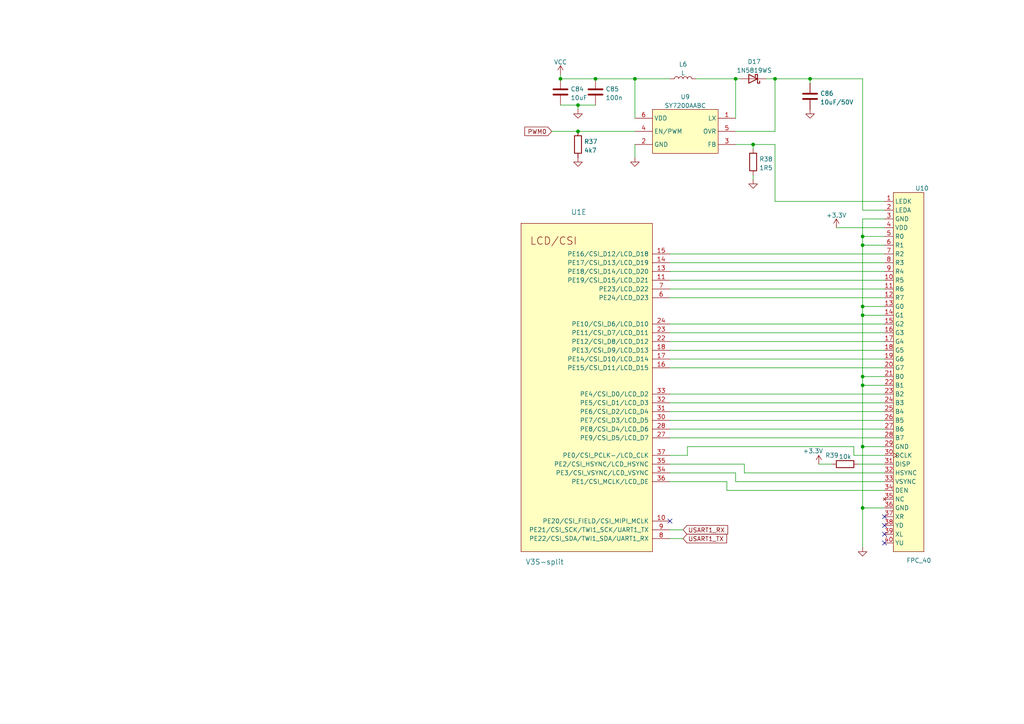
<source format=kicad_sch>
(kicad_sch (version 20211123) (generator eeschema)

  (uuid 2fdd38e2-336b-4d70-9724-e8f109edc303)

  (paper "A4")

  (lib_symbols
    (symbol "Allwinner:V3S-split" (pin_names (offset 1.016)) (in_bom yes) (on_board yes)
      (property "Reference" "U1" (id 0) (at -2.54 68.879 0)
        (effects (font (size 1.4986 1.4986)) (justify right top))
      )
      (property "Value" "V3S-split" (id 1) (at -20.32 -34.29 0)
        (effects (font (size 1.4986 1.4986)) (justify left bottom))
      )
      (property "Footprint" "Allwinner:V3s-ELQFP-128" (id 2) (at -2.54 -50.8 0)
        (effects (font (size 1.27 1.27)) hide)
      )
      (property "Datasheet" "" (id 3) (at 37.5513 76.0809 0)
        (effects (font (size 1.27 1.27)) hide)
      )
      (property "ki_locked" "" (id 4) (at 0 0 0)
        (effects (font (size 1.27 1.27)))
      )
      (symbol "V3S-split_1_0"
        (text "Power" (at -16.51 60.96 0)
          (effects (font (size 2.159 2.159)) (justify left bottom))
        )
        (pin power_in line (at 19.05 33.02 180) (length 5.08)
          (name "VCC-IO0" (effects (font (size 1.27 1.27))))
          (number "104" (effects (font (size 1.27 1.27))))
        )
        (pin power_in line (at 19.05 49.53 180) (length 5.08)
          (name "VDD-SYS1" (effects (font (size 1.27 1.27))))
          (number "108" (effects (font (size 1.27 1.27))))
        )
        (pin power_in line (at -22.86 31.75 0) (length 5.08)
          (name "AVCC" (effects (font (size 1.27 1.27))))
          (number "115" (effects (font (size 1.27 1.27))))
        )
        (pin power_in line (at -22.86 29.21 0) (length 5.08)
          (name "AGND" (effects (font (size 1.27 1.27))))
          (number "116" (effects (font (size 1.27 1.27))))
        )
        (pin power_in line (at 19.05 -5.08 180) (length 5.08)
          (name "VCC-PE0" (effects (font (size 1.27 1.27))))
          (number "12" (effects (font (size 1.27 1.27))))
        )
        (pin power_in line (at 19.05 46.99 180) (length 5.08)
          (name "VDD-SYS2" (effects (font (size 1.27 1.27))))
          (number "126" (effects (font (size 1.27 1.27))))
        )
        (pin power_in line (at 19.05 30.48 180) (length 5.08)
          (name "VCC-IO1" (effects (font (size 1.27 1.27))))
          (number "127" (effects (font (size 1.27 1.27))))
        )
        (pin power_in line (at 19.05 44.45 180) (length 5.08)
          (name "VDD-SYS3" (effects (font (size 1.27 1.27))))
          (number "19" (effects (font (size 1.27 1.27))))
        )
        (pin power_in line (at -22.86 49.53 0) (length 5.08)
          (name "VDD-CPU3" (effects (font (size 1.27 1.27))))
          (number "20" (effects (font (size 1.27 1.27))))
        )
        (pin power_in line (at -22.86 52.07 0) (length 5.08)
          (name "VDD-CPU2" (effects (font (size 1.27 1.27))))
          (number "21" (effects (font (size 1.27 1.27))))
        )
        (pin power_in line (at -22.86 54.61 0) (length 5.08)
          (name "VDD-CPU1" (effects (font (size 1.27 1.27))))
          (number "25" (effects (font (size 1.27 1.27))))
        )
        (pin power_in line (at -22.86 57.15 0) (length 5.08)
          (name "VDD-CPU0" (effects (font (size 1.27 1.27))))
          (number "26" (effects (font (size 1.27 1.27))))
        )
        (pin power_in line (at 19.05 -7.62 180) (length 5.08)
          (name "VCC-PE1" (effects (font (size 1.27 1.27))))
          (number "29" (effects (font (size 1.27 1.27))))
        )
        (pin power_in line (at -22.86 46.99 0) (length 5.08)
          (name "VDD-CPU4" (effects (font (size 1.27 1.27))))
          (number "38" (effects (font (size 1.27 1.27))))
        )
        (pin power_in line (at -22.86 44.45 0) (length 5.08)
          (name "VDD-CPU5" (effects (font (size 1.27 1.27))))
          (number "47" (effects (font (size 1.27 1.27))))
        )
        (pin power_in line (at 19.05 25.4 180) (length 5.08)
          (name "VCC-IO3" (effects (font (size 1.27 1.27))))
          (number "50" (effects (font (size 1.27 1.27))))
        )
        (pin power_in line (at -22.86 41.91 0) (length 5.08)
          (name "VDD-CPU6" (effects (font (size 1.27 1.27))))
          (number "51" (effects (font (size 1.27 1.27))))
        )
        (pin power_in line (at -22.86 39.37 0) (length 5.08)
          (name "VDD-CPU7" (effects (font (size 1.27 1.27))))
          (number "56" (effects (font (size 1.27 1.27))))
        )
        (pin power_in line (at 19.05 27.94 180) (length 5.08)
          (name "VCC-IO2" (effects (font (size 1.27 1.27))))
          (number "57" (effects (font (size 1.27 1.27))))
        )
        (pin power_in line (at 19.05 41.91 180) (length 5.08)
          (name "VDD-SYS4" (effects (font (size 1.27 1.27))))
          (number "58" (effects (font (size 1.27 1.27))))
        )
        (pin power_in line (at -22.86 -30.48 0) (length 5.08)
          (name "VCC-DRAM8" (effects (font (size 1.27 1.27))))
          (number "59" (effects (font (size 1.27 1.27))))
        )
        (pin power_in line (at -22.86 -33.02 0) (length 5.08)
          (name "VCC-DRAM9" (effects (font (size 1.27 1.27))))
          (number "60" (effects (font (size 1.27 1.27))))
        )
        (pin power_in line (at -22.86 -35.56 0) (length 5.08)
          (name "VCC-DRAM10" (effects (font (size 1.27 1.27))))
          (number "61" (effects (font (size 1.27 1.27))))
        )
        (pin power_in line (at -22.86 -38.1 0) (length 5.08)
          (name "VCC-DRAM11" (effects (font (size 1.27 1.27))))
          (number "62" (effects (font (size 1.27 1.27))))
        )
        (pin passive line (at -22.86 20.32 0) (length 5.08)
          (name "SVREF1" (effects (font (size 1.27 1.27))))
          (number "63" (effects (font (size 1.27 1.27))))
        )
        (pin power_in line (at 19.05 39.37 180) (length 5.08)
          (name "VDD-SYS5" (effects (font (size 1.27 1.27))))
          (number "64" (effects (font (size 1.27 1.27))))
        )
        (pin power_in line (at -22.86 -10.16 0) (length 5.08)
          (name "VCC-DRAM0" (effects (font (size 1.27 1.27))))
          (number "65" (effects (font (size 1.27 1.27))))
        )
        (pin power_in line (at -22.86 -12.7 0) (length 5.08)
          (name "VCC-DRAM1" (effects (font (size 1.27 1.27))))
          (number "66" (effects (font (size 1.27 1.27))))
        )
        (pin power_in line (at -22.86 -15.24 0) (length 5.08)
          (name "VCC-DRAM2" (effects (font (size 1.27 1.27))))
          (number "67" (effects (font (size 1.27 1.27))))
        )
        (pin power_in line (at -22.86 -17.78 0) (length 5.08)
          (name "VCC-DRAM3" (effects (font (size 1.27 1.27))))
          (number "68" (effects (font (size 1.27 1.27))))
        )
        (pin power_in line (at -22.86 -20.32 0) (length 5.08)
          (name "VCC-DRAM4" (effects (font (size 1.27 1.27))))
          (number "69" (effects (font (size 1.27 1.27))))
        )
        (pin power_in line (at -22.86 -22.86 0) (length 5.08)
          (name "VCC-DRAM5" (effects (font (size 1.27 1.27))))
          (number "70" (effects (font (size 1.27 1.27))))
        )
        (pin passive line (at -22.86 22.86 0) (length 5.08)
          (name "SVREF0" (effects (font (size 1.27 1.27))))
          (number "71" (effects (font (size 1.27 1.27))))
        )
        (pin power_in line (at -22.86 -25.4 0) (length 5.08)
          (name "VCC-DRAM6" (effects (font (size 1.27 1.27))))
          (number "72" (effects (font (size 1.27 1.27))))
        )
        (pin passive line (at 19.05 -12.7 180) (length 5.08)
          (name "SZQ" (effects (font (size 1.27 1.27))))
          (number "73" (effects (font (size 1.27 1.27))))
        )
        (pin power_in line (at 19.05 3.81 180) (length 5.08)
          (name "VCC-PLL" (effects (font (size 1.27 1.27))))
          (number "76" (effects (font (size 1.27 1.27))))
        )
        (pin power_in line (at -22.86 -27.94 0) (length 5.08)
          (name "VCC-DRAM7" (effects (font (size 1.27 1.27))))
          (number "79" (effects (font (size 1.27 1.27))))
        )
        (pin power_in line (at 19.05 52.07 180) (length 5.08)
          (name "VDD-SYS0" (effects (font (size 1.27 1.27))))
          (number "80" (effects (font (size 1.27 1.27))))
        )
        (pin input line (at 19.05 6.35 180) (length 5.08)
          (name "VCC-MCSI" (effects (font (size 1.27 1.27))))
          (number "85" (effects (font (size 1.27 1.27))))
        )
        (pin passive line (at -22.86 2.54 0) (length 5.08)
          (name "EPHY-VDD" (effects (font (size 1.27 1.27))))
          (number "88" (effects (font (size 1.27 1.27))))
        )
        (pin passive line (at -22.86 5.08 0) (length 5.08)
          (name "EPHY-VCC" (effects (font (size 1.27 1.27))))
          (number "93" (effects (font (size 1.27 1.27))))
        )
        (pin passive line (at 19.05 13.97 180) (length 5.08)
          (name "RTC-VIO" (effects (font (size 1.27 1.27))))
          (number "97" (effects (font (size 1.27 1.27))))
        )
        (pin power_in line (at 19.05 16.51 180) (length 5.08)
          (name "VCC-RTC" (effects (font (size 1.27 1.27))))
          (number "98" (effects (font (size 1.27 1.27))))
        )
        (pin input inverted (at 19.05 62.23 180) (length 5.08)
          (name "RESET" (effects (font (size 1.27 1.27))))
          (number "99" (effects (font (size 1.27 1.27))))
        )
        (pin power_in line (at 19.05 -38.1 180) (length 5.08)
          (name "EGND" (effects (font (size 1.27 1.27))))
          (number "GND$1" (effects (font (size 0 0))))
        )
        (pin power_in line (at 19.05 -35.56 180) (length 5.08)
          (name "EGND" (effects (font (size 1.27 1.27))))
          (number "GND$2" (effects (font (size 0 0))))
        )
        (pin power_in line (at 19.05 -33.02 180) (length 5.08)
          (name "EGND" (effects (font (size 1.27 1.27))))
          (number "GND$3" (effects (font (size 0 0))))
        )
        (pin power_in line (at 19.05 -30.48 180) (length 5.08)
          (name "EGND" (effects (font (size 1.27 1.27))))
          (number "GND$4" (effects (font (size 0 0))))
        )
        (pin power_in line (at 19.05 -27.94 180) (length 5.08)
          (name "EGND" (effects (font (size 1.27 1.27))))
          (number "GND$5" (effects (font (size 0 0))))
        )
        (pin power_in line (at 19.05 -25.4 180) (length 5.08)
          (name "EGND" (effects (font (size 1.27 1.27))))
          (number "GND$6" (effects (font (size 0 0))))
        )
        (pin power_in line (at 19.05 -22.86 180) (length 5.08)
          (name "EGND" (effects (font (size 1.27 1.27))))
          (number "GND$7" (effects (font (size 0 0))))
        )
        (pin power_in line (at 19.05 -20.32 180) (length 5.08)
          (name "EGND" (effects (font (size 1.27 1.27))))
          (number "GND$8" (effects (font (size 0 0))))
        )
        (pin power_in line (at 19.05 -17.78 180) (length 5.08)
          (name "EGND" (effects (font (size 1.27 1.27))))
          (number "GND$9" (effects (font (size 0 0))))
        )
      )
      (symbol "V3S-split_1_1"
        (rectangle (start -17.78 66.04) (end 13.97 -45.72)
          (stroke (width 0.1524) (type default) (color 0 0 0 0))
          (fill (type background))
        )
      )
      (symbol "V3S-split_2_0"
        (text "SDC0/UART0" (at -16.51 55.88 0)
          (effects (font (size 2.159 2.159)) (justify left bottom))
        )
        (pin bidirectional line (at 19.05 31.75 180) (length 5.08)
          (name "PF6" (effects (font (size 1.27 1.27))))
          (number "100" (effects (font (size 1.27 1.27))))
        )
        (pin bidirectional line (at 19.05 46.99 180) (length 5.08)
          (name "PF5/SDC0_D2/JTAG_CK1" (effects (font (size 1.27 1.27))))
          (number "101" (effects (font (size 1.27 1.27))))
        )
        (pin bidirectional line (at 19.05 44.45 180) (length 5.08)
          (name "PF4/SDC0_D3/UART0_RX" (effects (font (size 1.27 1.27))))
          (number "102" (effects (font (size 1.27 1.27))))
        )
        (pin bidirectional line (at 19.05 39.37 180) (length 5.08)
          (name "PF3/SDC0_CMD/JTAG_DO1" (effects (font (size 1.27 1.27))))
          (number "103" (effects (font (size 1.27 1.27))))
        )
        (pin bidirectional line (at 19.05 36.83 180) (length 5.08)
          (name "PF2/SDC0_CLK/UART0_TX" (effects (font (size 1.27 1.27))))
          (number "105" (effects (font (size 1.27 1.27))))
        )
        (pin bidirectional line (at 19.05 52.07 180) (length 5.08)
          (name "PF1/SDC0_D0/JTAG_DI1" (effects (font (size 1.27 1.27))))
          (number "106" (effects (font (size 1.27 1.27))))
        )
        (pin bidirectional line (at 19.05 49.53 180) (length 5.08)
          (name "PF0/SDC0_D1/JTAG_MS1" (effects (font (size 1.27 1.27))))
          (number "107" (effects (font (size 1.27 1.27))))
        )
      )
      (symbol "V3S-split_2_1"
        (rectangle (start -17.78 64.77) (end 13.97 27.94)
          (stroke (width 0.1524) (type default) (color 0 0 0 0))
          (fill (type background))
        )
      )
      (symbol "V3S-split_3_0"
        (text "PG/SDC1" (at -10.16 58.42 0)
          (effects (font (size 2.159 2.159)) (justify left bottom))
        )
        (pin bidirectional line (at 19.05 44.45 180) (length 5.08)
          (name "PG4/SDC1_D2/PG_EINT4" (effects (font (size 1.27 1.27))))
          (number "1" (effects (font (size 1.27 1.27))))
        )
        (pin bidirectional line (at 19.05 41.91 180) (length 5.08)
          (name "PG5/SDC1_D3/PG_EINT5" (effects (font (size 1.27 1.27))))
          (number "128" (effects (font (size 1.27 1.27))))
        )
        (pin bidirectional line (at 19.05 46.99 180) (length 5.08)
          (name "PG3/SDC1_D1/PG_EINT3" (effects (font (size 1.27 1.27))))
          (number "2" (effects (font (size 1.27 1.27))))
        )
        (pin bidirectional line (at 19.05 49.53 180) (length 5.08)
          (name "PG2/SDC1_D0/PG_EINT2" (effects (font (size 1.27 1.27))))
          (number "3" (effects (font (size 1.27 1.27))))
        )
        (pin bidirectional line (at 19.05 52.07 180) (length 5.08)
          (name "PG1/SDC1_CMD/PG_EINT1" (effects (font (size 1.27 1.27))))
          (number "4" (effects (font (size 1.27 1.27))))
        )
        (pin bidirectional line (at 19.05 54.61 180) (length 5.08)
          (name "PG0/SDC1_CLK/PG_EINT0" (effects (font (size 1.27 1.27))))
          (number "5" (effects (font (size 1.27 1.27))))
        )
      )
      (symbol "V3S-split_3_1"
        (rectangle (start -17.78 64.77) (end 13.97 38.1)
          (stroke (width 0.1524) (type default) (color 0 0 0 0))
          (fill (type background))
        )
      )
      (symbol "V3S-split_4_0"
        (text "CODEC" (at -15.24 58.42 0)
          (effects (font (size 2.159 2.159)) (justify left bottom))
        )
        (pin passive line (at 20.32 31.75 180) (length 5.08)
          (name "LRADC0" (effects (font (size 1.27 1.27))))
          (number "112" (effects (font (size 1.27 1.27))))
        )
        (pin passive line (at 20.32 34.29 180) (length 5.08)
          (name "MICIN1P" (effects (font (size 1.27 1.27))))
          (number "113" (effects (font (size 1.27 1.27))))
        )
        (pin passive line (at 20.32 36.83 180) (length 5.08)
          (name "MICIN1N" (effects (font (size 1.27 1.27))))
          (number "114" (effects (font (size 1.27 1.27))))
        )
        (pin power_out line (at 20.32 39.37 180) (length 5.08)
          (name "VRA1" (effects (font (size 1.27 1.27))))
          (number "117" (effects (font (size 1.27 1.27))))
        )
        (pin power_out line (at 20.32 41.91 180) (length 5.08)
          (name "VRA2" (effects (font (size 1.27 1.27))))
          (number "118" (effects (font (size 1.27 1.27))))
        )
        (pin passive line (at 20.32 44.45 180) (length 5.08)
          (name "HBIAS" (effects (font (size 1.27 1.27))))
          (number "119" (effects (font (size 1.27 1.27))))
        )
        (pin passive line (at 20.32 46.99 180) (length 5.08)
          (name "HPOUTR" (effects (font (size 1.27 1.27))))
          (number "120" (effects (font (size 1.27 1.27))))
        )
        (pin passive line (at 20.32 49.53 180) (length 5.08)
          (name "HPOUTL" (effects (font (size 1.27 1.27))))
          (number "121" (effects (font (size 1.27 1.27))))
        )
        (pin power_in line (at 20.32 52.07 180) (length 5.08)
          (name "HPVCCIN" (effects (font (size 1.27 1.27))))
          (number "122" (effects (font (size 1.27 1.27))))
        )
        (pin power_out line (at 20.32 54.61 180) (length 5.08)
          (name "HPVCCBP" (effects (font (size 1.27 1.27))))
          (number "123" (effects (font (size 1.27 1.27))))
        )
        (pin passive line (at 20.32 57.15 180) (length 5.08)
          (name "HPCOMFB" (effects (font (size 1.27 1.27))))
          (number "124" (effects (font (size 1.27 1.27))))
        )
        (pin passive line (at 20.32 59.69 180) (length 5.08)
          (name "HPCOM" (effects (font (size 1.27 1.27))))
          (number "125" (effects (font (size 1.27 1.27))))
        )
      )
      (symbol "V3S-split_4_1"
        (rectangle (start -17.78 64.77) (end 15.24 17.78)
          (stroke (width 0.1524) (type default) (color 0 0 0 0))
          (fill (type background))
        )
      )
      (symbol "V3S-split_5_0"
        (text "LCD/CSI" (at -19.05 58.42 0)
          (effects (font (size 2.159 2.159)) (justify left bottom))
        )
        (pin bidirectional line (at 21.59 -21.59 180) (length 5.08)
          (name "PE20/CSI_FIELD/CSI_MIPI_MCLK" (effects (font (size 1.27 1.27))))
          (number "10" (effects (font (size 1.27 1.27))))
        )
        (pin bidirectional line (at 21.59 48.26 180) (length 5.08)
          (name "PE19/CSI_D15/LCD_D21" (effects (font (size 1.27 1.27))))
          (number "11" (effects (font (size 1.27 1.27))))
        )
        (pin bidirectional line (at 21.59 50.8 180) (length 5.08)
          (name "PE18/CSI_D14/LCD_D20" (effects (font (size 1.27 1.27))))
          (number "13" (effects (font (size 1.27 1.27))))
        )
        (pin bidirectional line (at 21.59 53.34 180) (length 5.08)
          (name "PE17/CSI_D13/LCD_D19" (effects (font (size 1.27 1.27))))
          (number "14" (effects (font (size 1.27 1.27))))
        )
        (pin bidirectional line (at 21.59 55.88 180) (length 5.08)
          (name "PE16/CSI_D12/LCD_D18" (effects (font (size 1.27 1.27))))
          (number "15" (effects (font (size 1.27 1.27))))
        )
        (pin bidirectional line (at 21.59 22.86 180) (length 5.08)
          (name "PE15/CSI_D11/LCD_D15" (effects (font (size 1.27 1.27))))
          (number "16" (effects (font (size 1.27 1.27))))
        )
        (pin bidirectional line (at 21.59 25.4 180) (length 5.08)
          (name "PE14/CSI_D10/LCD_D14" (effects (font (size 1.27 1.27))))
          (number "17" (effects (font (size 1.27 1.27))))
        )
        (pin bidirectional line (at 21.59 27.94 180) (length 5.08)
          (name "PE13/CSI_D9/LCD_D13" (effects (font (size 1.27 1.27))))
          (number "18" (effects (font (size 1.27 1.27))))
        )
        (pin bidirectional line (at 21.59 30.48 180) (length 5.08)
          (name "PE12/CSI_D8/LCD_D12" (effects (font (size 1.27 1.27))))
          (number "22" (effects (font (size 1.27 1.27))))
        )
        (pin bidirectional line (at 21.59 33.02 180) (length 5.08)
          (name "PE11/CSI_D7/LCD_D11" (effects (font (size 1.27 1.27))))
          (number "23" (effects (font (size 1.27 1.27))))
        )
        (pin bidirectional line (at 21.59 35.56 180) (length 5.08)
          (name "PE10/CSI_D6/LCD_D10" (effects (font (size 1.27 1.27))))
          (number "24" (effects (font (size 1.27 1.27))))
        )
        (pin bidirectional line (at 21.59 2.54 180) (length 5.08)
          (name "PE9/CSI_D5/LCD_D7" (effects (font (size 1.27 1.27))))
          (number "27" (effects (font (size 1.27 1.27))))
        )
        (pin bidirectional line (at 21.59 5.08 180) (length 5.08)
          (name "PE8/CSI_D4/LCD_D6" (effects (font (size 1.27 1.27))))
          (number "28" (effects (font (size 1.27 1.27))))
        )
        (pin bidirectional line (at 21.59 7.62 180) (length 5.08)
          (name "PE7/CSI_D3/LCD_D5" (effects (font (size 1.27 1.27))))
          (number "30" (effects (font (size 1.27 1.27))))
        )
        (pin bidirectional line (at 21.59 10.16 180) (length 5.08)
          (name "PE6/CSI_D2/LCD_D4" (effects (font (size 1.27 1.27))))
          (number "31" (effects (font (size 1.27 1.27))))
        )
        (pin bidirectional line (at 21.59 12.7 180) (length 5.08)
          (name "PE5/CSI_D1/LCD_D3" (effects (font (size 1.27 1.27))))
          (number "32" (effects (font (size 1.27 1.27))))
        )
        (pin bidirectional line (at 21.59 15.24 180) (length 5.08)
          (name "PE4/CSI_D0/LCD_D2" (effects (font (size 1.27 1.27))))
          (number "33" (effects (font (size 1.27 1.27))))
        )
        (pin bidirectional line (at 21.59 -7.62 180) (length 5.08)
          (name "PE3/CSI_VSYNC/LCD_VSYNC" (effects (font (size 1.27 1.27))))
          (number "34" (effects (font (size 1.27 1.27))))
        )
        (pin bidirectional line (at 21.59 -5.08 180) (length 5.08)
          (name "PE2/CSI_HSYNC/LCD_HSYNC" (effects (font (size 1.27 1.27))))
          (number "35" (effects (font (size 1.27 1.27))))
        )
        (pin bidirectional line (at 21.59 -10.16 180) (length 5.08)
          (name "PE1/CSI_MCLK/LCD_DE" (effects (font (size 1.27 1.27))))
          (number "36" (effects (font (size 1.27 1.27))))
        )
        (pin bidirectional line (at 21.59 -2.54 180) (length 5.08)
          (name "PE0/CSI_PCLK-/LCD_CLK" (effects (font (size 1.27 1.27))))
          (number "37" (effects (font (size 1.27 1.27))))
        )
        (pin bidirectional line (at 21.59 43.18 180) (length 5.08)
          (name "PE24/LCD_D23" (effects (font (size 1.27 1.27))))
          (number "6" (effects (font (size 1.27 1.27))))
        )
        (pin bidirectional line (at 21.59 45.72 180) (length 5.08)
          (name "PE23/LCD_D22" (effects (font (size 1.27 1.27))))
          (number "7" (effects (font (size 1.27 1.27))))
        )
        (pin bidirectional line (at 21.59 -26.67 180) (length 5.08)
          (name "PE22/CSI_SDA/TWI1_SDA/UART1_RX" (effects (font (size 1.27 1.27))))
          (number "8" (effects (font (size 1.27 1.27))))
        )
        (pin bidirectional line (at 21.59 -24.13 180) (length 5.08)
          (name "PE21/CSI_SCK/TWI1_SCK/UART1_TX" (effects (font (size 1.27 1.27))))
          (number "9" (effects (font (size 1.27 1.27))))
        )
      )
      (symbol "V3S-split_5_1"
        (rectangle (start -21.59 64.77) (end 16.51 -30.48)
          (stroke (width 0.1524) (type default) (color 0 0 0 0))
          (fill (type background))
        )
      )
      (symbol "V3S-split_6_0"
        (text "USB" (at -16.51 58.42 0)
          (effects (font (size 2.159 2.159)) (justify left bottom))
        )
        (pin power_in line (at 19.05 53.34 180) (length 5.08)
          (name "VCC-USB" (effects (font (size 1.27 1.27))))
          (number "109" (effects (font (size 1.27 1.27))))
        )
        (pin passive line (at 19.05 55.88 180) (length 5.08)
          (name "USB-DM" (effects (font (size 1.27 1.27))))
          (number "110" (effects (font (size 1.27 1.27))))
        )
        (pin passive line (at 19.05 58.42 180) (length 5.08)
          (name "USB-DP" (effects (font (size 1.27 1.27))))
          (number "111" (effects (font (size 1.27 1.27))))
        )
      )
      (symbol "V3S-split_6_1"
        (rectangle (start -17.78 64.77) (end 13.97 48.26)
          (stroke (width 0.1524) (type default) (color 0 0 0 0))
          (fill (type background))
        )
      )
      (symbol "V3S-split_7_0"
        (text "RTC" (at -16.51 58.42 0)
          (effects (font (size 2.159 2.159)) (justify left bottom))
        )
        (pin passive line (at 19.05 57.15 180) (length 5.08)
          (name "X32KOUT" (effects (font (size 1.27 1.27))))
          (number "95" (effects (font (size 1.27 1.27))))
        )
        (pin passive line (at 19.05 59.69 180) (length 5.08)
          (name "X32KIN" (effects (font (size 1.27 1.27))))
          (number "96" (effects (font (size 1.27 1.27))))
        )
      )
      (symbol "V3S-split_7_1"
        (rectangle (start -17.78 64.77) (end 13.97 53.34)
          (stroke (width 0.1524) (type default) (color 0 0 0 0))
          (fill (type background))
        )
      )
      (symbol "V3S-split_8_0"
        (rectangle (start -17.78 64.77) (end 13.97 41.91)
          (stroke (width 0.1524) (type default) (color 0 0 0 0))
          (fill (type background))
        )
        (text "MIPI" (at -16.51 58.42 0)
          (effects (font (size 2.159 2.159)) (justify left bottom))
        )
        (pin input line (at 19.05 45.72 180) (length 5.08)
          (name "MCSI-D0P" (effects (font (size 1.27 1.27))))
          (number "81" (effects (font (size 1.27 1.27))))
        )
        (pin input line (at 19.05 48.26 180) (length 5.08)
          (name "MCSI-D0N" (effects (font (size 1.27 1.27))))
          (number "82" (effects (font (size 1.27 1.27))))
        )
        (pin input line (at 19.05 50.8 180) (length 5.08)
          (name "MCSI-D1P" (effects (font (size 1.27 1.27))))
          (number "83" (effects (font (size 1.27 1.27))))
        )
        (pin input line (at 19.05 53.34 180) (length 5.08)
          (name "MCSI-D1N" (effects (font (size 1.27 1.27))))
          (number "84" (effects (font (size 1.27 1.27))))
        )
        (pin output line (at 19.05 57.15 180) (length 5.08)
          (name "MCSI-CKP" (effects (font (size 1.27 1.27))))
          (number "86" (effects (font (size 1.27 1.27))))
        )
        (pin output line (at 19.05 59.69 180) (length 5.08)
          (name "MCSI-CKN" (effects (font (size 1.27 1.27))))
          (number "87" (effects (font (size 1.27 1.27))))
        )
      )
      (symbol "V3S-split_9_0"
        (rectangle (start -17.78 64.77) (end 13.97 44.45)
          (stroke (width 0.1524) (type default) (color 0 0 0 0))
          (fill (type background))
        )
        (text "SPI" (at -15.24 58.42 0)
          (effects (font (size 2.159 2.159)) (justify left bottom))
        )
        (pin bidirectional line (at 19.05 48.26 180) (length 5.08)
          (name "PC0/SDC2_CLK/SPI_MISO" (effects (font (size 1.27 1.27))))
          (number "52" (effects (font (size 1.27 1.27))))
        )
        (pin bidirectional line (at 19.05 50.8 180) (length 5.08)
          (name "PC1/SDC2_CMD/SPI_CLK" (effects (font (size 1.27 1.27))))
          (number "53" (effects (font (size 1.27 1.27))))
        )
        (pin bidirectional line (at 19.05 53.34 180) (length 5.08)
          (name "PC2/SDC2_RST/SPI_CS" (effects (font (size 1.27 1.27))))
          (number "54" (effects (font (size 1.27 1.27))))
        )
        (pin bidirectional line (at 19.05 55.88 180) (length 5.08)
          (name "PC3/SDC2_D0/SPI_MOSI" (effects (font (size 1.27 1.27))))
          (number "55" (effects (font (size 1.27 1.27))))
        )
      )
      (symbol "V3S-split_10_0"
        (rectangle (start -17.78 64.77) (end 13.97 53.34)
          (stroke (width 0.1524) (type default) (color 0 0 0 0))
          (fill (type background))
        )
        (text "SYSCLK" (at -16.51 59.69 0)
          (effects (font (size 2.159 2.159)) (justify left bottom))
        )
        (pin passive line (at 19.05 55.88 180) (length 5.08)
          (name "X24MOUT" (effects (font (size 1.27 1.27))))
          (number "74" (effects (font (size 1.27 1.27))))
        )
        (pin passive line (at 19.05 58.42 180) (length 5.08)
          (name "X24MIN" (effects (font (size 1.27 1.27))))
          (number "75" (effects (font (size 1.27 1.27))))
        )
      )
      (symbol "V3S-split_11_0"
        (rectangle (start -22.86 64.77) (end 15.24 10.16)
          (stroke (width 0.1524) (type default) (color 0 0 0 0))
          (fill (type background))
        )
        (text "PWM0/1" (at -21.59 39.37 0)
          (effects (font (size 2.159 2.159)) (justify left bottom))
        )
        (text "TWI0/1" (at -21.59 27.94 0)
          (effects (font (size 2.159 2.159)) (justify left bottom))
        )
        (text "UART2" (at -21.59 57.15 0)
          (effects (font (size 2.159 2.159)) (justify left bottom))
        )
        (pin bidirectional line (at 20.32 46.99 180) (length 5.08)
          (name "PB0/UART2_TX/PB_EINT0" (effects (font (size 1.27 1.27))))
          (number "39" (effects (font (size 1.27 1.27))))
        )
        (pin bidirectional line (at 20.32 49.53 180) (length 5.08)
          (name "PB1/UART2_RX/PB_EINT1" (effects (font (size 1.27 1.27))))
          (number "40" (effects (font (size 1.27 1.27))))
        )
        (pin bidirectional line (at 20.32 52.07 180) (length 5.08)
          (name "PB2/UART2_RTS/PB_EINT2" (effects (font (size 1.27 1.27))))
          (number "41" (effects (font (size 1.27 1.27))))
        )
        (pin bidirectional line (at 20.32 54.61 180) (length 5.08)
          (name "PB3/UART2_CTS/PB_EINT3" (effects (font (size 1.27 1.27))))
          (number "42" (effects (font (size 1.27 1.27))))
        )
        (pin bidirectional line (at 20.32 34.29 180) (length 5.08)
          (name "PB4/PWM0/PB_EINT4" (effects (font (size 1.27 1.27))))
          (number "43" (effects (font (size 1.27 1.27))))
        )
        (pin bidirectional line (at 20.32 36.83 180) (length 5.08)
          (name "PB5/PWM1/PB_EINT5" (effects (font (size 1.27 1.27))))
          (number "44" (effects (font (size 1.27 1.27))))
        )
        (pin bidirectional line (at 20.32 15.24 180) (length 5.08)
          (name "PB6/TWI0_SCK/PB_EINT6" (effects (font (size 1.27 1.27))))
          (number "45" (effects (font (size 1.27 1.27))))
        )
        (pin bidirectional line (at 20.32 17.78 180) (length 5.08)
          (name "PB7/TWI0_SDA/PB_EINT7" (effects (font (size 1.27 1.27))))
          (number "46" (effects (font (size 1.27 1.27))))
        )
        (pin bidirectional line (at 20.32 22.86 180) (length 5.08)
          (name "PB8/TWI1_SCK/UART0_TX/PB_EINT8" (effects (font (size 1.27 1.27))))
          (number "48" (effects (font (size 1.27 1.27))))
        )
        (pin bidirectional line (at 20.32 25.4 180) (length 5.08)
          (name "PB9/TWI1_SDA/UART0_RX/PB_EINT9" (effects (font (size 1.27 1.27))))
          (number "49" (effects (font (size 1.27 1.27))))
        )
      )
      (symbol "V3S-split_12_0"
        (rectangle (start -17.78 64.77) (end 13.97 36.83)
          (stroke (width 0.1524) (type default) (color 0 0 0 0))
          (fill (type background))
        )
        (text "EPHY" (at -15.24 59.69 0)
          (effects (font (size 2.159 2.159)) (justify left bottom))
        )
        (pin passive line (at 19.05 40.64 180) (length 5.08)
          (name "EPHY-LINK-LED" (effects (font (size 1.27 1.27))))
          (number "77" (effects (font (size 1.27 1.27))))
        )
        (pin passive line (at 19.05 43.18 180) (length 5.08)
          (name "EPHY-SPD-LED" (effects (font (size 1.27 1.27))))
          (number "78" (effects (font (size 1.27 1.27))))
        )
        (pin passive line (at 19.05 48.26 180) (length 5.08)
          (name "EPHY-RXN" (effects (font (size 1.27 1.27))))
          (number "89" (effects (font (size 1.27 1.27))))
        )
        (pin passive line (at 19.05 50.8 180) (length 5.08)
          (name "EPHY-RXP" (effects (font (size 1.27 1.27))))
          (number "90" (effects (font (size 1.27 1.27))))
        )
        (pin passive line (at 19.05 53.34 180) (length 5.08)
          (name "EPHY-TXN" (effects (font (size 1.27 1.27))))
          (number "91" (effects (font (size 1.27 1.27))))
        )
        (pin passive line (at 19.05 55.88 180) (length 5.08)
          (name "EPHY-TXP" (effects (font (size 1.27 1.27))))
          (number "92" (effects (font (size 1.27 1.27))))
        )
        (pin passive line (at 19.05 58.42 180) (length 5.08)
          (name "EPHY-RTX" (effects (font (size 1.27 1.27))))
          (number "94" (effects (font (size 1.27 1.27))))
        )
      )
    )
    (symbol "Device:C" (pin_numbers hide) (pin_names (offset 0.254)) (in_bom yes) (on_board yes)
      (property "Reference" "C" (id 0) (at 0.635 2.54 0)
        (effects (font (size 1.27 1.27)) (justify left))
      )
      (property "Value" "C" (id 1) (at 0.635 -2.54 0)
        (effects (font (size 1.27 1.27)) (justify left))
      )
      (property "Footprint" "" (id 2) (at 0.9652 -3.81 0)
        (effects (font (size 1.27 1.27)) hide)
      )
      (property "Datasheet" "~" (id 3) (at 0 0 0)
        (effects (font (size 1.27 1.27)) hide)
      )
      (property "ki_keywords" "cap capacitor" (id 4) (at 0 0 0)
        (effects (font (size 1.27 1.27)) hide)
      )
      (property "ki_description" "Unpolarized capacitor" (id 5) (at 0 0 0)
        (effects (font (size 1.27 1.27)) hide)
      )
      (property "ki_fp_filters" "C_*" (id 6) (at 0 0 0)
        (effects (font (size 1.27 1.27)) hide)
      )
      (symbol "C_0_1"
        (polyline
          (pts
            (xy -2.032 -0.762)
            (xy 2.032 -0.762)
          )
          (stroke (width 0.508) (type default) (color 0 0 0 0))
          (fill (type none))
        )
        (polyline
          (pts
            (xy -2.032 0.762)
            (xy 2.032 0.762)
          )
          (stroke (width 0.508) (type default) (color 0 0 0 0))
          (fill (type none))
        )
      )
      (symbol "C_1_1"
        (pin passive line (at 0 3.81 270) (length 2.794)
          (name "~" (effects (font (size 1.27 1.27))))
          (number "1" (effects (font (size 1.27 1.27))))
        )
        (pin passive line (at 0 -3.81 90) (length 2.794)
          (name "~" (effects (font (size 1.27 1.27))))
          (number "2" (effects (font (size 1.27 1.27))))
        )
      )
    )
    (symbol "Device:L" (pin_numbers hide) (pin_names (offset 1.016) hide) (in_bom yes) (on_board yes)
      (property "Reference" "L" (id 0) (at -1.27 0 90)
        (effects (font (size 1.27 1.27)))
      )
      (property "Value" "L" (id 1) (at 1.905 0 90)
        (effects (font (size 1.27 1.27)))
      )
      (property "Footprint" "" (id 2) (at 0 0 0)
        (effects (font (size 1.27 1.27)) hide)
      )
      (property "Datasheet" "~" (id 3) (at 0 0 0)
        (effects (font (size 1.27 1.27)) hide)
      )
      (property "ki_keywords" "inductor choke coil reactor magnetic" (id 4) (at 0 0 0)
        (effects (font (size 1.27 1.27)) hide)
      )
      (property "ki_description" "Inductor" (id 5) (at 0 0 0)
        (effects (font (size 1.27 1.27)) hide)
      )
      (property "ki_fp_filters" "Choke_* *Coil* Inductor_* L_*" (id 6) (at 0 0 0)
        (effects (font (size 1.27 1.27)) hide)
      )
      (symbol "L_0_1"
        (arc (start 0 -2.54) (mid 0.635 -1.905) (end 0 -1.27)
          (stroke (width 0) (type default) (color 0 0 0 0))
          (fill (type none))
        )
        (arc (start 0 -1.27) (mid 0.635 -0.635) (end 0 0)
          (stroke (width 0) (type default) (color 0 0 0 0))
          (fill (type none))
        )
        (arc (start 0 0) (mid 0.635 0.635) (end 0 1.27)
          (stroke (width 0) (type default) (color 0 0 0 0))
          (fill (type none))
        )
        (arc (start 0 1.27) (mid 0.635 1.905) (end 0 2.54)
          (stroke (width 0) (type default) (color 0 0 0 0))
          (fill (type none))
        )
      )
      (symbol "L_1_1"
        (pin passive line (at 0 3.81 270) (length 1.27)
          (name "1" (effects (font (size 1.27 1.27))))
          (number "1" (effects (font (size 1.27 1.27))))
        )
        (pin passive line (at 0 -3.81 90) (length 1.27)
          (name "2" (effects (font (size 1.27 1.27))))
          (number "2" (effects (font (size 1.27 1.27))))
        )
      )
    )
    (symbol "Device:R" (pin_numbers hide) (pin_names (offset 0)) (in_bom yes) (on_board yes)
      (property "Reference" "R" (id 0) (at 2.032 0 90)
        (effects (font (size 1.27 1.27)))
      )
      (property "Value" "R" (id 1) (at 0 0 90)
        (effects (font (size 1.27 1.27)))
      )
      (property "Footprint" "" (id 2) (at -1.778 0 90)
        (effects (font (size 1.27 1.27)) hide)
      )
      (property "Datasheet" "~" (id 3) (at 0 0 0)
        (effects (font (size 1.27 1.27)) hide)
      )
      (property "ki_keywords" "R res resistor" (id 4) (at 0 0 0)
        (effects (font (size 1.27 1.27)) hide)
      )
      (property "ki_description" "Resistor" (id 5) (at 0 0 0)
        (effects (font (size 1.27 1.27)) hide)
      )
      (property "ki_fp_filters" "R_*" (id 6) (at 0 0 0)
        (effects (font (size 1.27 1.27)) hide)
      )
      (symbol "R_0_1"
        (rectangle (start -1.016 -2.54) (end 1.016 2.54)
          (stroke (width 0.254) (type default) (color 0 0 0 0))
          (fill (type none))
        )
      )
      (symbol "R_1_1"
        (pin passive line (at 0 3.81 270) (length 1.27)
          (name "~" (effects (font (size 1.27 1.27))))
          (number "1" (effects (font (size 1.27 1.27))))
        )
        (pin passive line (at 0 -3.81 90) (length 1.27)
          (name "~" (effects (font (size 1.27 1.27))))
          (number "2" (effects (font (size 1.27 1.27))))
        )
      )
    )
    (symbol "Diode:1N5819WS" (pin_numbers hide) (pin_names (offset 1.016) hide) (in_bom yes) (on_board yes)
      (property "Reference" "D" (id 0) (at 0 2.54 0)
        (effects (font (size 1.27 1.27)))
      )
      (property "Value" "1N5819WS" (id 1) (at 0 -2.54 0)
        (effects (font (size 1.27 1.27)))
      )
      (property "Footprint" "Diode_SMD:D_SOD-323" (id 2) (at 0 -4.445 0)
        (effects (font (size 1.27 1.27)) hide)
      )
      (property "Datasheet" "https://datasheet.lcsc.com/lcsc/2204281430_Guangdong-Hottech-1N5819WS_C191023.pdf" (id 3) (at 0 0 0)
        (effects (font (size 1.27 1.27)) hide)
      )
      (property "ki_keywords" "diode Schottky" (id 4) (at 0 0 0)
        (effects (font (size 1.27 1.27)) hide)
      )
      (property "ki_description" "40V 600mV@1A 1A SOD-323 Schottky Barrier Diodes, SOD-323" (id 5) (at 0 0 0)
        (effects (font (size 1.27 1.27)) hide)
      )
      (property "ki_fp_filters" "D*SOD?323*" (id 6) (at 0 0 0)
        (effects (font (size 1.27 1.27)) hide)
      )
      (symbol "1N5819WS_0_1"
        (polyline
          (pts
            (xy 1.27 0)
            (xy -1.27 0)
          )
          (stroke (width 0) (type default) (color 0 0 0 0))
          (fill (type none))
        )
        (polyline
          (pts
            (xy 1.27 1.27)
            (xy 1.27 -1.27)
            (xy -1.27 0)
            (xy 1.27 1.27)
          )
          (stroke (width 0.254) (type default) (color 0 0 0 0))
          (fill (type none))
        )
        (polyline
          (pts
            (xy -1.905 0.635)
            (xy -1.905 1.27)
            (xy -1.27 1.27)
            (xy -1.27 -1.27)
            (xy -0.635 -1.27)
            (xy -0.635 -0.635)
          )
          (stroke (width 0.254) (type default) (color 0 0 0 0))
          (fill (type none))
        )
      )
      (symbol "1N5819WS_1_1"
        (pin passive line (at -3.81 0 0) (length 2.54)
          (name "K" (effects (font (size 1.27 1.27))))
          (number "1" (effects (font (size 1.27 1.27))))
        )
        (pin passive line (at 3.81 0 180) (length 2.54)
          (name "A" (effects (font (size 1.27 1.27))))
          (number "2" (effects (font (size 1.27 1.27))))
        )
      )
    )
    (symbol "FPC_SCREENS:FPC_40" (in_bom yes) (on_board yes)
      (property "Reference" "U" (id 0) (at 3.81 49.53 0)
        (effects (font (size 1.27 1.27)))
      )
      (property "Value" "FPC_40" (id 1) (at 2.54 -58.42 0)
        (effects (font (size 1.27 1.27)))
      )
      (property "Footprint" "Connector_FFC-FPC:Hirose_FH12-40S-0.5SH_1x40-1MP_P0.50mm_Horizontal" (id 2) (at 2.54 22.86 0)
        (effects (font (size 1.27 1.27)) hide)
      )
      (property "Datasheet" "" (id 3) (at 2.54 22.86 0)
        (effects (font (size 1.27 1.27)) hide)
      )
      (property "LCSC" "C202114" (id 4) (at 0 0 0)
        (effects (font (size 1.27 1.27)))
      )
      (symbol "FPC_40_0_1"
        (rectangle (start -3.81 48.26) (end 5.08 -55.88)
          (stroke (width 0.1524) (type default) (color 0 0 0 0))
          (fill (type background))
        )
      )
      (symbol "FPC_40_1_1"
        (pin input line (at -6.35 45.72 0) (length 2.54)
          (name "LEDK" (effects (font (size 1.27 1.27))))
          (number "1" (effects (font (size 1.27 1.27))))
        )
        (pin input line (at -6.35 22.86 0) (length 2.54)
          (name "R5" (effects (font (size 1.27 1.27))))
          (number "10" (effects (font (size 1.27 1.27))))
        )
        (pin input line (at -6.35 20.32 0) (length 2.54)
          (name "R6" (effects (font (size 1.27 1.27))))
          (number "11" (effects (font (size 1.27 1.27))))
        )
        (pin input line (at -6.35 17.78 0) (length 2.54)
          (name "R7" (effects (font (size 1.27 1.27))))
          (number "12" (effects (font (size 1.27 1.27))))
        )
        (pin input line (at -6.35 15.24 0) (length 2.54)
          (name "G0" (effects (font (size 1.27 1.27))))
          (number "13" (effects (font (size 1.27 1.27))))
        )
        (pin input line (at -6.35 12.7 0) (length 2.54)
          (name "G1" (effects (font (size 1.27 1.27))))
          (number "14" (effects (font (size 1.27 1.27))))
        )
        (pin input line (at -6.35 10.16 0) (length 2.54)
          (name "G2" (effects (font (size 1.27 1.27))))
          (number "15" (effects (font (size 1.27 1.27))))
        )
        (pin input line (at -6.35 7.62 0) (length 2.54)
          (name "G3" (effects (font (size 1.27 1.27))))
          (number "16" (effects (font (size 1.27 1.27))))
        )
        (pin input line (at -6.35 5.08 0) (length 2.54)
          (name "G4" (effects (font (size 1.27 1.27))))
          (number "17" (effects (font (size 1.27 1.27))))
        )
        (pin input line (at -6.35 2.54 0) (length 2.54)
          (name "G5" (effects (font (size 1.27 1.27))))
          (number "18" (effects (font (size 1.27 1.27))))
        )
        (pin input line (at -6.35 0 0) (length 2.54)
          (name "G6" (effects (font (size 1.27 1.27))))
          (number "19" (effects (font (size 1.27 1.27))))
        )
        (pin input line (at -6.35 43.18 0) (length 2.54)
          (name "LEDA" (effects (font (size 1.27 1.27))))
          (number "2" (effects (font (size 1.27 1.27))))
        )
        (pin input line (at -6.35 -2.54 0) (length 2.54)
          (name "G7" (effects (font (size 1.27 1.27))))
          (number "20" (effects (font (size 1.27 1.27))))
        )
        (pin input line (at -6.35 -5.08 0) (length 2.54)
          (name "B0" (effects (font (size 1.27 1.27))))
          (number "21" (effects (font (size 1.27 1.27))))
        )
        (pin input line (at -6.35 -7.62 0) (length 2.54)
          (name "B1" (effects (font (size 1.27 1.27))))
          (number "22" (effects (font (size 1.27 1.27))))
        )
        (pin input line (at -6.35 -10.16 0) (length 2.54)
          (name "B2" (effects (font (size 1.27 1.27))))
          (number "23" (effects (font (size 1.27 1.27))))
        )
        (pin input line (at -6.35 -12.7 0) (length 2.54)
          (name "B3" (effects (font (size 1.27 1.27))))
          (number "24" (effects (font (size 1.27 1.27))))
        )
        (pin input line (at -6.35 -15.24 0) (length 2.54)
          (name "B4" (effects (font (size 1.27 1.27))))
          (number "25" (effects (font (size 1.27 1.27))))
        )
        (pin input line (at -6.35 -17.78 0) (length 2.54)
          (name "B5" (effects (font (size 1.27 1.27))))
          (number "26" (effects (font (size 1.27 1.27))))
        )
        (pin input line (at -6.35 -20.32 0) (length 2.54)
          (name "B6" (effects (font (size 1.27 1.27))))
          (number "27" (effects (font (size 1.27 1.27))))
        )
        (pin input line (at -6.35 -22.86 0) (length 2.54)
          (name "B7" (effects (font (size 1.27 1.27))))
          (number "28" (effects (font (size 1.27 1.27))))
        )
        (pin power_in line (at -6.35 -25.4 0) (length 2.54)
          (name "GND" (effects (font (size 1.27 1.27))))
          (number "29" (effects (font (size 1.27 1.27))))
        )
        (pin power_in line (at -6.35 40.64 0) (length 2.54)
          (name "GND" (effects (font (size 1.27 1.27))))
          (number "3" (effects (font (size 1.27 1.27))))
        )
        (pin input clock (at -6.35 -27.94 0) (length 2.54)
          (name "DCLK" (effects (font (size 1.27 1.27))))
          (number "30" (effects (font (size 1.27 1.27))))
        )
        (pin input line (at -6.35 -30.48 0) (length 2.54)
          (name "DISP" (effects (font (size 1.27 1.27))))
          (number "31" (effects (font (size 1.27 1.27))))
        )
        (pin input line (at -6.35 -33.02 0) (length 2.54)
          (name "HSYNC" (effects (font (size 1.27 1.27))))
          (number "32" (effects (font (size 1.27 1.27))))
        )
        (pin input line (at -6.35 -35.56 0) (length 2.54)
          (name "VSYNC" (effects (font (size 1.27 1.27))))
          (number "33" (effects (font (size 1.27 1.27))))
        )
        (pin input line (at -6.35 -38.1 0) (length 2.54)
          (name "DEN" (effects (font (size 1.27 1.27))))
          (number "34" (effects (font (size 1.27 1.27))))
        )
        (pin no_connect line (at -6.35 -40.64 0) (length 2.54)
          (name "NC" (effects (font (size 1.27 1.27))))
          (number "35" (effects (font (size 1.27 1.27))))
        )
        (pin power_in line (at -6.35 -43.18 0) (length 2.54)
          (name "GND" (effects (font (size 1.27 1.27))))
          (number "36" (effects (font (size 1.27 1.27))))
        )
        (pin output line (at -6.35 -45.72 0) (length 2.54)
          (name "XR" (effects (font (size 1.27 1.27))))
          (number "37" (effects (font (size 1.27 1.27))))
        )
        (pin output line (at -6.35 -48.26 0) (length 2.54)
          (name "YD" (effects (font (size 1.27 1.27))))
          (number "38" (effects (font (size 1.27 1.27))))
        )
        (pin output line (at -6.35 -50.8 0) (length 2.54)
          (name "XL" (effects (font (size 1.27 1.27))))
          (number "39" (effects (font (size 1.27 1.27))))
        )
        (pin power_in line (at -6.35 38.1 0) (length 2.54)
          (name "VDD" (effects (font (size 1.27 1.27))))
          (number "4" (effects (font (size 1.27 1.27))))
        )
        (pin output line (at -6.35 -53.34 0) (length 2.54)
          (name "YU" (effects (font (size 1.27 1.27))))
          (number "40" (effects (font (size 1.27 1.27))))
        )
        (pin input line (at -6.35 35.56 0) (length 2.54)
          (name "R0" (effects (font (size 1.27 1.27))))
          (number "5" (effects (font (size 1.27 1.27))))
        )
        (pin input line (at -6.35 33.02 0) (length 2.54)
          (name "R1" (effects (font (size 1.27 1.27))))
          (number "6" (effects (font (size 1.27 1.27))))
        )
        (pin input line (at -6.35 30.48 0) (length 2.54)
          (name "R2" (effects (font (size 1.27 1.27))))
          (number "7" (effects (font (size 1.27 1.27))))
        )
        (pin input line (at -6.35 27.94 0) (length 2.54)
          (name "R3" (effects (font (size 1.27 1.27))))
          (number "8" (effects (font (size 1.27 1.27))))
        )
        (pin input line (at -6.35 25.4 0) (length 2.54)
          (name "R4" (effects (font (size 1.27 1.27))))
          (number "9" (effects (font (size 1.27 1.27))))
        )
      )
    )
    (symbol "LED_DRIVER:SY7200AABC" (in_bom yes) (on_board yes)
      (property "Reference" "U" (id 0) (at 7.62 8.89 0)
        (effects (font (size 1.27 1.27)))
      )
      (property "Value" "SY7200AABC" (id 1) (at 3.81 -6.35 0)
        (effects (font (size 1.27 1.27)))
      )
      (property "Footprint" "Package_TO_SOT_SMD:SOT-23-6" (id 2) (at -2.54 -10.16 0)
        (effects (font (size 1.27 1.27)) hide)
      )
      (property "Datasheet" "" (id 3) (at -2.54 0 0)
        (effects (font (size 1.27 1.27)) hide)
      )
      (property "LCSC" "C107309" (id 4) (at 5.08 -8.89 0)
        (effects (font (size 1.27 1.27)) hide)
      )
      (symbol "SY7200AABC_0_1"
        (rectangle (start -10.16 7.62) (end 8.89 -5.08)
          (stroke (width 0.1524) (type default) (color 0 0 0 0))
          (fill (type background))
        )
      )
      (symbol "SY7200AABC_1_0"
        (pin power_out line (at 13.97 5.08 180) (length 5.08)
          (name "LX" (effects (font (size 1.27 1.27))))
          (number "1" (effects (font (size 1.27 1.27))))
        )
        (pin power_in line (at -15.24 -2.54 0) (length 5.08)
          (name "GND" (effects (font (size 1.27 1.27))))
          (number "2" (effects (font (size 1.27 1.27))))
        )
        (pin input line (at 13.97 -2.54 180) (length 5.08)
          (name "FB" (effects (font (size 1.27 1.27))))
          (number "3" (effects (font (size 1.27 1.27))))
        )
        (pin input line (at -15.24 1.27 0) (length 5.08)
          (name "EN/PWM" (effects (font (size 1.27 1.27))))
          (number "4" (effects (font (size 1.27 1.27))))
        )
        (pin input line (at 13.97 1.27 180) (length 5.08)
          (name "OVR" (effects (font (size 1.27 1.27))))
          (number "5" (effects (font (size 1.27 1.27))))
        )
        (pin power_in line (at -15.24 5.08 0) (length 5.08)
          (name "VDD" (effects (font (size 1.27 1.27))))
          (number "6" (effects (font (size 1.27 1.27))))
        )
      )
    )
    (symbol "power:+3.3V" (power) (pin_names (offset 0)) (in_bom yes) (on_board yes)
      (property "Reference" "#PWR" (id 0) (at 0 -3.81 0)
        (effects (font (size 1.27 1.27)) hide)
      )
      (property "Value" "+3.3V" (id 1) (at 0 3.556 0)
        (effects (font (size 1.27 1.27)))
      )
      (property "Footprint" "" (id 2) (at 0 0 0)
        (effects (font (size 1.27 1.27)) hide)
      )
      (property "Datasheet" "" (id 3) (at 0 0 0)
        (effects (font (size 1.27 1.27)) hide)
      )
      (property "ki_keywords" "power-flag" (id 4) (at 0 0 0)
        (effects (font (size 1.27 1.27)) hide)
      )
      (property "ki_description" "Power symbol creates a global label with name \"+3.3V\"" (id 5) (at 0 0 0)
        (effects (font (size 1.27 1.27)) hide)
      )
      (symbol "+3.3V_0_1"
        (polyline
          (pts
            (xy -0.762 1.27)
            (xy 0 2.54)
          )
          (stroke (width 0) (type default) (color 0 0 0 0))
          (fill (type none))
        )
        (polyline
          (pts
            (xy 0 0)
            (xy 0 2.54)
          )
          (stroke (width 0) (type default) (color 0 0 0 0))
          (fill (type none))
        )
        (polyline
          (pts
            (xy 0 2.54)
            (xy 0.762 1.27)
          )
          (stroke (width 0) (type default) (color 0 0 0 0))
          (fill (type none))
        )
      )
      (symbol "+3.3V_1_1"
        (pin power_in line (at 0 0 90) (length 0) hide
          (name "+3.3V" (effects (font (size 1.27 1.27))))
          (number "1" (effects (font (size 1.27 1.27))))
        )
      )
    )
    (symbol "power:GND" (power) (pin_names (offset 0)) (in_bom yes) (on_board yes)
      (property "Reference" "#PWR" (id 0) (at 0 -6.35 0)
        (effects (font (size 1.27 1.27)) hide)
      )
      (property "Value" "GND" (id 1) (at 0 -3.81 0)
        (effects (font (size 1.27 1.27)))
      )
      (property "Footprint" "" (id 2) (at 0 0 0)
        (effects (font (size 1.27 1.27)) hide)
      )
      (property "Datasheet" "" (id 3) (at 0 0 0)
        (effects (font (size 1.27 1.27)) hide)
      )
      (property "ki_keywords" "power-flag" (id 4) (at 0 0 0)
        (effects (font (size 1.27 1.27)) hide)
      )
      (property "ki_description" "Power symbol creates a global label with name \"GND\" , ground" (id 5) (at 0 0 0)
        (effects (font (size 1.27 1.27)) hide)
      )
      (symbol "GND_0_1"
        (polyline
          (pts
            (xy 0 0)
            (xy 0 -1.27)
            (xy 1.27 -1.27)
            (xy 0 -2.54)
            (xy -1.27 -1.27)
            (xy 0 -1.27)
          )
          (stroke (width 0) (type default) (color 0 0 0 0))
          (fill (type none))
        )
      )
      (symbol "GND_1_1"
        (pin power_in line (at 0 0 270) (length 0) hide
          (name "GND" (effects (font (size 1.27 1.27))))
          (number "1" (effects (font (size 1.27 1.27))))
        )
      )
    )
    (symbol "power:VCC" (power) (pin_names (offset 0)) (in_bom yes) (on_board yes)
      (property "Reference" "#PWR" (id 0) (at 0 -3.81 0)
        (effects (font (size 1.27 1.27)) hide)
      )
      (property "Value" "VCC" (id 1) (at 0 3.81 0)
        (effects (font (size 1.27 1.27)))
      )
      (property "Footprint" "" (id 2) (at 0 0 0)
        (effects (font (size 1.27 1.27)) hide)
      )
      (property "Datasheet" "" (id 3) (at 0 0 0)
        (effects (font (size 1.27 1.27)) hide)
      )
      (property "ki_keywords" "power-flag" (id 4) (at 0 0 0)
        (effects (font (size 1.27 1.27)) hide)
      )
      (property "ki_description" "Power symbol creates a global label with name \"VCC\"" (id 5) (at 0 0 0)
        (effects (font (size 1.27 1.27)) hide)
      )
      (symbol "VCC_0_1"
        (polyline
          (pts
            (xy -0.762 1.27)
            (xy 0 2.54)
          )
          (stroke (width 0) (type default) (color 0 0 0 0))
          (fill (type none))
        )
        (polyline
          (pts
            (xy 0 0)
            (xy 0 2.54)
          )
          (stroke (width 0) (type default) (color 0 0 0 0))
          (fill (type none))
        )
        (polyline
          (pts
            (xy 0 2.54)
            (xy 0.762 1.27)
          )
          (stroke (width 0) (type default) (color 0 0 0 0))
          (fill (type none))
        )
      )
      (symbol "VCC_1_1"
        (pin power_in line (at 0 0 90) (length 0) hide
          (name "VCC" (effects (font (size 1.27 1.27))))
          (number "1" (effects (font (size 1.27 1.27))))
        )
      )
    )
  )


  (junction (at 224.79 22.86) (diameter 0) (color 0 0 0 0)
    (uuid 1c699321-e958-4e73-aa0d-893b4ebd31f7)
  )
  (junction (at 167.64 38.1) (diameter 0) (color 0 0 0 0)
    (uuid 1cf805da-d4bb-4a45-9c51-9b9bfd1e8210)
  )
  (junction (at 250.19 68.58) (diameter 0) (color 0 0 0 0)
    (uuid 4494181b-5fcb-4ce9-9252-0ef0b028d102)
  )
  (junction (at 250.19 91.44) (diameter 0) (color 0 0 0 0)
    (uuid 5270f595-35c9-4edb-87e9-bb9396ca7e48)
  )
  (junction (at 250.19 147.32) (diameter 0) (color 0 0 0 0)
    (uuid 546b2cb1-e1c7-4609-8da6-d406572e0433)
  )
  (junction (at 184.15 22.86) (diameter 0) (color 0 0 0 0)
    (uuid 761cf4a9-f5ec-4688-a900-87a6c9339780)
  )
  (junction (at 250.19 109.22) (diameter 0) (color 0 0 0 0)
    (uuid 82fcef76-bfa2-4754-abfa-4b3b5b9eb3d4)
  )
  (junction (at 250.19 111.76) (diameter 0) (color 0 0 0 0)
    (uuid 875ba69d-5614-46d0-adbc-d83741de23e1)
  )
  (junction (at 250.19 71.12) (diameter 0) (color 0 0 0 0)
    (uuid a34b4493-cd44-49f5-b665-a152d5888ff1)
  )
  (junction (at 250.19 129.54) (diameter 0) (color 0 0 0 0)
    (uuid a6c42f6c-72ec-4f18-a301-ea558b0fcb96)
  )
  (junction (at 234.95 22.86) (diameter 0) (color 0 0 0 0)
    (uuid aaaea52b-0c79-4caf-8c34-16baae197286)
  )
  (junction (at 167.64 30.48) (diameter 0) (color 0 0 0 0)
    (uuid b6cc56ea-d5e1-4394-833a-5901be941fd4)
  )
  (junction (at 250.19 88.9) (diameter 0) (color 0 0 0 0)
    (uuid d240036c-3f1b-45e8-ae55-8a1687cff915)
  )
  (junction (at 162.56 22.86) (diameter 0) (color 0 0 0 0)
    (uuid d6e36daf-1c89-4004-8c72-9f6954c4af79)
  )
  (junction (at 218.44 41.91) (diameter 0) (color 0 0 0 0)
    (uuid e7775d59-eae5-4f72-9952-72b47d3f9478)
  )
  (junction (at 172.72 22.86) (diameter 0) (color 0 0 0 0)
    (uuid fca11c0c-f706-4ca2-9a13-2fcb24d57cdf)
  )
  (junction (at 213.36 22.86) (diameter 0) (color 0 0 0 0)
    (uuid fd1110c1-5003-4e75-ab7f-78ada17f4758)
  )

  (no_connect (at 194.31 151.13) (uuid 28185b8a-59ac-4035-89d7-03ea9fbe14e8))
  (no_connect (at 256.54 154.94) (uuid ab877b0b-55ec-4f38-8ad0-63d47577010a))
  (no_connect (at 256.54 149.86) (uuid ab877b0b-55ec-4f38-8ad0-63d47577010b))
  (no_connect (at 256.54 152.4) (uuid ab877b0b-55ec-4f38-8ad0-63d47577010c))
  (no_connect (at 256.54 157.48) (uuid ab877b0b-55ec-4f38-8ad0-63d47577010d))

  (wire (pts (xy 194.31 137.16) (xy 213.36 137.16))
    (stroke (width 0) (type default) (color 0 0 0 0))
    (uuid 04a1b0a9-66ed-4747-9321-17c98ca74634)
  )
  (wire (pts (xy 247.65 129.54) (xy 247.65 132.08))
    (stroke (width 0) (type default) (color 0 0 0 0))
    (uuid 06ce2649-a62e-49f2-aa5a-25520bad3f62)
  )
  (wire (pts (xy 237.49 134.62) (xy 241.3 134.62))
    (stroke (width 0) (type default) (color 0 0 0 0))
    (uuid 077379d0-049f-4bea-af81-bb9862529fa7)
  )
  (wire (pts (xy 250.19 88.9) (xy 250.19 91.44))
    (stroke (width 0) (type default) (color 0 0 0 0))
    (uuid 087f7dd4-6de2-4bac-805b-e384845d9263)
  )
  (wire (pts (xy 213.36 22.86) (xy 214.63 22.86))
    (stroke (width 0) (type default) (color 0 0 0 0))
    (uuid 0afd34f4-e135-4513-a2b1-f0c1a80b6de5)
  )
  (wire (pts (xy 224.79 22.86) (xy 234.95 22.86))
    (stroke (width 0) (type default) (color 0 0 0 0))
    (uuid 0b6f1093-2e62-47e7-a267-4d3dccc81a33)
  )
  (wire (pts (xy 256.54 60.96) (xy 250.19 60.96))
    (stroke (width 0) (type default) (color 0 0 0 0))
    (uuid 0ee6e789-9551-429b-acf0-b32a0661a5da)
  )
  (wire (pts (xy 184.15 41.91) (xy 184.15 45.72))
    (stroke (width 0) (type default) (color 0 0 0 0))
    (uuid 0f10d470-33c9-460e-b9b9-437bf22c1cb1)
  )
  (wire (pts (xy 194.31 78.74) (xy 256.54 78.74))
    (stroke (width 0) (type default) (color 0 0 0 0))
    (uuid 12cc92f4-bc71-4ce2-b27e-a054841b9e7f)
  )
  (wire (pts (xy 224.79 58.42) (xy 224.79 41.91))
    (stroke (width 0) (type default) (color 0 0 0 0))
    (uuid 15f91e53-9395-42c9-80d0-45b5176ad165)
  )
  (wire (pts (xy 194.31 104.14) (xy 256.54 104.14))
    (stroke (width 0) (type default) (color 0 0 0 0))
    (uuid 175e657d-241d-4402-a9bc-967f20446b22)
  )
  (wire (pts (xy 194.31 83.82) (xy 256.54 83.82))
    (stroke (width 0) (type default) (color 0 0 0 0))
    (uuid 1e595efd-13b2-4dac-9e04-b4aeaf239bf1)
  )
  (wire (pts (xy 250.19 71.12) (xy 256.54 71.12))
    (stroke (width 0) (type default) (color 0 0 0 0))
    (uuid 1f066f11-b81f-40f8-b387-b649489491ea)
  )
  (wire (pts (xy 194.31 121.92) (xy 256.54 121.92))
    (stroke (width 0) (type default) (color 0 0 0 0))
    (uuid 20a72e51-3b82-4a4b-873e-3a0e49268356)
  )
  (wire (pts (xy 250.19 60.96) (xy 250.19 22.86))
    (stroke (width 0) (type default) (color 0 0 0 0))
    (uuid 20e4c4ad-e88d-4b75-929d-b8435fa80315)
  )
  (wire (pts (xy 167.64 38.1) (xy 184.15 38.1))
    (stroke (width 0) (type default) (color 0 0 0 0))
    (uuid 216e2fbe-a881-4b52-a1ea-12a0e84fcef1)
  )
  (wire (pts (xy 222.25 22.86) (xy 224.79 22.86))
    (stroke (width 0) (type default) (color 0 0 0 0))
    (uuid 232b486e-6416-479b-ab71-a91d10e273fe)
  )
  (wire (pts (xy 167.64 30.48) (xy 172.72 30.48))
    (stroke (width 0) (type default) (color 0 0 0 0))
    (uuid 24c61a20-25be-4d07-a93c-6e616fb0a977)
  )
  (wire (pts (xy 224.79 41.91) (xy 218.44 41.91))
    (stroke (width 0) (type default) (color 0 0 0 0))
    (uuid 26f7ee12-efe3-4888-a5e5-079ce5d6c357)
  )
  (wire (pts (xy 194.31 73.66) (xy 256.54 73.66))
    (stroke (width 0) (type default) (color 0 0 0 0))
    (uuid 2783a755-e750-4e78-a802-c62e57a22f12)
  )
  (wire (pts (xy 194.31 86.36) (xy 256.54 86.36))
    (stroke (width 0) (type default) (color 0 0 0 0))
    (uuid 2b4aecda-fedb-417f-b5ac-a48a8373d19d)
  )
  (wire (pts (xy 250.19 109.22) (xy 250.19 111.76))
    (stroke (width 0) (type default) (color 0 0 0 0))
    (uuid 31f8f5ee-0eaf-401a-ae2d-54d861dd7cd5)
  )
  (wire (pts (xy 199.39 129.54) (xy 247.65 129.54))
    (stroke (width 0) (type default) (color 0 0 0 0))
    (uuid 320f26f3-1a40-4dd7-9d9a-1f0cb8c38c71)
  )
  (wire (pts (xy 194.31 114.3) (xy 256.54 114.3))
    (stroke (width 0) (type default) (color 0 0 0 0))
    (uuid 33a0402a-f292-4002-b09c-910a7bb6c449)
  )
  (wire (pts (xy 250.19 22.86) (xy 234.95 22.86))
    (stroke (width 0) (type default) (color 0 0 0 0))
    (uuid 33af4b67-f8bf-49b2-8b20-0a0126b2abef)
  )
  (wire (pts (xy 194.31 99.06) (xy 256.54 99.06))
    (stroke (width 0) (type default) (color 0 0 0 0))
    (uuid 33c8c1e4-75a2-466a-8ae6-b40d22132385)
  )
  (wire (pts (xy 194.31 139.7) (xy 210.82 139.7))
    (stroke (width 0) (type default) (color 0 0 0 0))
    (uuid 3a605d17-abae-4165-a2b8-df733f91a057)
  )
  (wire (pts (xy 256.54 58.42) (xy 224.79 58.42))
    (stroke (width 0) (type default) (color 0 0 0 0))
    (uuid 3ed4a9df-5a4c-4cab-a879-7b7f547a90f3)
  )
  (wire (pts (xy 194.31 153.67) (xy 198.12 153.67))
    (stroke (width 0) (type default) (color 0 0 0 0))
    (uuid 41f49d61-56a1-4787-898e-0722cf855dd7)
  )
  (wire (pts (xy 194.31 156.21) (xy 198.12 156.21))
    (stroke (width 0) (type default) (color 0 0 0 0))
    (uuid 42177b37-9e7b-4bde-9697-8731bba367c3)
  )
  (wire (pts (xy 250.19 109.22) (xy 256.54 109.22))
    (stroke (width 0) (type default) (color 0 0 0 0))
    (uuid 46103027-ac68-429d-8c1d-422208dbfe1d)
  )
  (wire (pts (xy 194.31 101.6) (xy 256.54 101.6))
    (stroke (width 0) (type default) (color 0 0 0 0))
    (uuid 46df83f1-8e62-46e3-92ad-1d9a74e5820a)
  )
  (wire (pts (xy 250.19 71.12) (xy 250.19 88.9))
    (stroke (width 0) (type default) (color 0 0 0 0))
    (uuid 4b5555ca-e468-4c91-872f-2e4c3f04906e)
  )
  (wire (pts (xy 184.15 34.29) (xy 184.15 22.86))
    (stroke (width 0) (type default) (color 0 0 0 0))
    (uuid 4cb97acc-a3c0-4dc3-8df5-9e482b83236d)
  )
  (wire (pts (xy 250.19 129.54) (xy 256.54 129.54))
    (stroke (width 0) (type default) (color 0 0 0 0))
    (uuid 55253cd9-6e63-48a1-95a3-b07e3c92d9e3)
  )
  (wire (pts (xy 250.19 111.76) (xy 256.54 111.76))
    (stroke (width 0) (type default) (color 0 0 0 0))
    (uuid 589f1b2a-d954-4e71-ba8b-0d24fcf608cd)
  )
  (wire (pts (xy 199.39 132.08) (xy 199.39 129.54))
    (stroke (width 0) (type default) (color 0 0 0 0))
    (uuid 610534f0-2a8d-4e23-959b-431f11baa63c)
  )
  (wire (pts (xy 224.79 38.1) (xy 224.79 22.86))
    (stroke (width 0) (type default) (color 0 0 0 0))
    (uuid 61bf97f7-b85c-45a2-8e7b-2ad95266b906)
  )
  (wire (pts (xy 242.57 66.04) (xy 256.54 66.04))
    (stroke (width 0) (type default) (color 0 0 0 0))
    (uuid 6473095d-112f-42fa-8e8b-662410e5d18a)
  )
  (wire (pts (xy 256.54 63.5) (xy 250.19 63.5))
    (stroke (width 0) (type default) (color 0 0 0 0))
    (uuid 69392f0e-b1ae-431e-8bf0-a76ada3d6926)
  )
  (wire (pts (xy 184.15 22.86) (xy 172.72 22.86))
    (stroke (width 0) (type default) (color 0 0 0 0))
    (uuid 7089a305-a026-4790-af37-ecdc193b802e)
  )
  (wire (pts (xy 194.31 116.84) (xy 256.54 116.84))
    (stroke (width 0) (type default) (color 0 0 0 0))
    (uuid 70e0f122-e82c-4470-9e79-da51c9f536c6)
  )
  (wire (pts (xy 167.64 30.48) (xy 167.64 31.75))
    (stroke (width 0) (type default) (color 0 0 0 0))
    (uuid 71041d93-f108-4e8c-a3d1-050bb5e9a3b6)
  )
  (wire (pts (xy 215.9 134.62) (xy 215.9 137.16))
    (stroke (width 0) (type default) (color 0 0 0 0))
    (uuid 72709b72-c11c-4cc6-a743-93204cd9dbe6)
  )
  (wire (pts (xy 160.02 38.1) (xy 167.64 38.1))
    (stroke (width 0) (type default) (color 0 0 0 0))
    (uuid 7b063518-2669-4010-8d4a-3c983bb7addb)
  )
  (wire (pts (xy 250.19 147.32) (xy 256.54 147.32))
    (stroke (width 0) (type default) (color 0 0 0 0))
    (uuid 7f8da08f-5ec0-444b-b045-6640ca84b052)
  )
  (wire (pts (xy 184.15 22.86) (xy 194.31 22.86))
    (stroke (width 0) (type default) (color 0 0 0 0))
    (uuid 81ac5fbb-f257-4e78-bd94-a0961bfe106b)
  )
  (wire (pts (xy 218.44 50.8) (xy 218.44 52.07))
    (stroke (width 0) (type default) (color 0 0 0 0))
    (uuid 877654e1-18f5-4177-bc3d-0022d54c7b4c)
  )
  (wire (pts (xy 250.19 111.76) (xy 250.19 129.54))
    (stroke (width 0) (type default) (color 0 0 0 0))
    (uuid 8a5aa652-8297-44a2-a760-e11ec383217c)
  )
  (wire (pts (xy 162.56 22.86) (xy 172.72 22.86))
    (stroke (width 0) (type default) (color 0 0 0 0))
    (uuid 9346492e-76ac-43ec-8e0f-e0c1e63a6036)
  )
  (wire (pts (xy 213.36 22.86) (xy 201.93 22.86))
    (stroke (width 0) (type default) (color 0 0 0 0))
    (uuid 9be157ac-a16c-4a45-b5c0-d2d23529fe90)
  )
  (wire (pts (xy 250.19 88.9) (xy 256.54 88.9))
    (stroke (width 0) (type default) (color 0 0 0 0))
    (uuid a14f1cbd-0fad-488a-80f8-0c38d3b6c467)
  )
  (wire (pts (xy 213.36 34.29) (xy 213.36 22.86))
    (stroke (width 0) (type default) (color 0 0 0 0))
    (uuid a249b482-f5f2-462c-a3c7-a7f1953f5051)
  )
  (wire (pts (xy 215.9 137.16) (xy 256.54 137.16))
    (stroke (width 0) (type default) (color 0 0 0 0))
    (uuid a45e430f-b4ee-4801-9695-b42709a76400)
  )
  (wire (pts (xy 250.19 91.44) (xy 256.54 91.44))
    (stroke (width 0) (type default) (color 0 0 0 0))
    (uuid a77102d8-53bf-44a2-b38a-207c3ce8ba03)
  )
  (wire (pts (xy 213.36 41.91) (xy 218.44 41.91))
    (stroke (width 0) (type default) (color 0 0 0 0))
    (uuid a9df16b8-c3d4-4a36-bafa-310d13d83a0d)
  )
  (wire (pts (xy 250.19 63.5) (xy 250.19 68.58))
    (stroke (width 0) (type default) (color 0 0 0 0))
    (uuid adbd70c1-6c45-42e8-82c3-f7ad6625c624)
  )
  (wire (pts (xy 194.31 119.38) (xy 256.54 119.38))
    (stroke (width 0) (type default) (color 0 0 0 0))
    (uuid afb5a583-9fbb-4ac8-83b1-5eeb733dbcb1)
  )
  (wire (pts (xy 194.31 93.98) (xy 256.54 93.98))
    (stroke (width 0) (type default) (color 0 0 0 0))
    (uuid b18da080-858a-4921-803f-a36c78d9c9c5)
  )
  (wire (pts (xy 194.31 132.08) (xy 199.39 132.08))
    (stroke (width 0) (type default) (color 0 0 0 0))
    (uuid b1bd9847-4e6f-4c9e-bb40-7e437e53bc8e)
  )
  (wire (pts (xy 250.19 68.58) (xy 256.54 68.58))
    (stroke (width 0) (type default) (color 0 0 0 0))
    (uuid b1c55cea-b611-4f2c-b0f8-947b91cd5383)
  )
  (wire (pts (xy 213.36 137.16) (xy 213.36 139.7))
    (stroke (width 0) (type default) (color 0 0 0 0))
    (uuid b9783970-d83a-44c0-ad5d-1393050b8a0b)
  )
  (wire (pts (xy 162.56 30.48) (xy 167.64 30.48))
    (stroke (width 0) (type default) (color 0 0 0 0))
    (uuid ba631adf-0ec6-44b1-9d8b-41490be75945)
  )
  (wire (pts (xy 210.82 139.7) (xy 210.82 142.24))
    (stroke (width 0) (type default) (color 0 0 0 0))
    (uuid c34bd681-ad00-4b2d-ab71-13506ec5d6a7)
  )
  (wire (pts (xy 194.31 76.2) (xy 256.54 76.2))
    (stroke (width 0) (type default) (color 0 0 0 0))
    (uuid c376bdef-23dc-4383-b23d-e71ffc5c3054)
  )
  (wire (pts (xy 194.31 81.28) (xy 256.54 81.28))
    (stroke (width 0) (type default) (color 0 0 0 0))
    (uuid c82dbd0d-0388-46d4-a859-2be0e1076ef4)
  )
  (wire (pts (xy 194.31 127) (xy 256.54 127))
    (stroke (width 0) (type default) (color 0 0 0 0))
    (uuid d87f47e6-8fd1-4756-906d-eff96cf5f26a)
  )
  (wire (pts (xy 162.56 21.59) (xy 162.56 22.86))
    (stroke (width 0) (type default) (color 0 0 0 0))
    (uuid da1917fb-9715-40c9-9e50-4e0ae434c1aa)
  )
  (wire (pts (xy 213.36 38.1) (xy 224.79 38.1))
    (stroke (width 0) (type default) (color 0 0 0 0))
    (uuid dff421bb-ea1e-4a38-8c97-afd44a76deb0)
  )
  (wire (pts (xy 250.19 147.32) (xy 250.19 158.75))
    (stroke (width 0) (type default) (color 0 0 0 0))
    (uuid e68f8b62-dc9b-4043-b8fe-ca714b7d6245)
  )
  (wire (pts (xy 218.44 41.91) (xy 218.44 43.18))
    (stroke (width 0) (type default) (color 0 0 0 0))
    (uuid e6ddec1f-fbf8-4593-8c55-3abeabd67937)
  )
  (wire (pts (xy 213.36 139.7) (xy 256.54 139.7))
    (stroke (width 0) (type default) (color 0 0 0 0))
    (uuid e6ef130d-815e-4054-8985-8d7b815f5df7)
  )
  (wire (pts (xy 250.19 68.58) (xy 250.19 71.12))
    (stroke (width 0) (type default) (color 0 0 0 0))
    (uuid eaddf3c1-45be-4839-90dd-74e8597cb980)
  )
  (wire (pts (xy 194.31 106.68) (xy 256.54 106.68))
    (stroke (width 0) (type default) (color 0 0 0 0))
    (uuid eb63d832-f39c-4dea-8661-4aaa370229a9)
  )
  (wire (pts (xy 194.31 124.46) (xy 256.54 124.46))
    (stroke (width 0) (type default) (color 0 0 0 0))
    (uuid ecbeeb69-3de3-477d-8859-a821b934cda8)
  )
  (wire (pts (xy 234.95 22.86) (xy 234.95 24.13))
    (stroke (width 0) (type default) (color 0 0 0 0))
    (uuid ef9f5178-b13f-42e9-b559-442290cce063)
  )
  (wire (pts (xy 194.31 134.62) (xy 215.9 134.62))
    (stroke (width 0) (type default) (color 0 0 0 0))
    (uuid f5d4e3f4-12e4-4af2-ba46-b8258c04e1dc)
  )
  (wire (pts (xy 250.19 129.54) (xy 250.19 147.32))
    (stroke (width 0) (type default) (color 0 0 0 0))
    (uuid f60bf539-161b-46e3-9bc9-3db57a9d740f)
  )
  (wire (pts (xy 194.31 96.52) (xy 256.54 96.52))
    (stroke (width 0) (type default) (color 0 0 0 0))
    (uuid f6c39152-8b99-40bb-afbc-2539259461a8)
  )
  (wire (pts (xy 248.92 134.62) (xy 256.54 134.62))
    (stroke (width 0) (type default) (color 0 0 0 0))
    (uuid f6f12a3a-8a55-4a9d-8281-da26e10cf343)
  )
  (wire (pts (xy 250.19 91.44) (xy 250.19 109.22))
    (stroke (width 0) (type default) (color 0 0 0 0))
    (uuid f863bc66-2a8e-411a-9f49-4e8c4efa9bdf)
  )
  (wire (pts (xy 210.82 142.24) (xy 256.54 142.24))
    (stroke (width 0) (type default) (color 0 0 0 0))
    (uuid f9d81744-1dce-4a23-a4e3-cac4f1763dd1)
  )
  (wire (pts (xy 247.65 132.08) (xy 256.54 132.08))
    (stroke (width 0) (type default) (color 0 0 0 0))
    (uuid fc549938-148a-45d4-85e2-b3015faf7638)
  )

  (global_label "PWM0" (shape input) (at 160.02 38.1 180) (fields_autoplaced)
    (effects (font (size 1.27 1.27)) (justify right))
    (uuid 847bedaa-6420-4bc3-b36c-a1402eac0026)
    (property "Intersheet References" "${INTERSHEET_REFS}" (id 0) (at 152.2245 38.0206 0)
      (effects (font (size 1.27 1.27)) (justify right) hide)
    )
  )
  (global_label "USART1_TX" (shape input) (at 198.12 156.21 0) (fields_autoplaced)
    (effects (font (size 1.27 1.27)) (justify left))
    (uuid d1e8bfe8-1d00-42f3-b80f-66a7e9fc1077)
    (property "Intersheet References" "${INTERSHEET_REFS}" (id 0) (at 210.7536 156.1306 0)
      (effects (font (size 1.27 1.27)) (justify left) hide)
    )
  )
  (global_label "USART1_RX" (shape input) (at 198.12 153.67 0) (fields_autoplaced)
    (effects (font (size 1.27 1.27)) (justify left))
    (uuid fe528398-7d74-440f-9e07-ae779bbb8125)
    (property "Intersheet References" "${INTERSHEET_REFS}" (id 0) (at 211.056 153.5906 0)
      (effects (font (size 1.27 1.27)) (justify left) hide)
    )
  )

  (symbol (lib_id "Device:R") (at 245.11 134.62 90) (unit 1)
    (in_bom yes) (on_board yes)
    (uuid 0bd4e809-aeec-48d8-bbb1-c10e3bff85c0)
    (property "Reference" "R39" (id 0) (at 241.3 132.08 90))
    (property "Value" "10k" (id 1) (at 245.11 132.4411 90))
    (property "Footprint" "" (id 2) (at 245.11 136.398 90)
      (effects (font (size 1.27 1.27)) hide)
    )
    (property "Datasheet" "~" (id 3) (at 245.11 134.62 0)
      (effects (font (size 1.27 1.27)) hide)
    )
    (pin "1" (uuid 040ad2fa-7b0e-42ee-92fb-9b5f6e529807))
    (pin "2" (uuid 5176abf5-dd0c-44e7-968f-8a6440c7beec))
  )

  (symbol (lib_id "Device:C") (at 172.72 26.67 0) (unit 1)
    (in_bom yes) (on_board yes) (fields_autoplaced)
    (uuid 1e2ad840-198f-48e0-b4c7-4ce06f106cd9)
    (property "Reference" "C85" (id 0) (at 175.641 25.8353 0)
      (effects (font (size 1.27 1.27)) (justify left))
    )
    (property "Value" "100n" (id 1) (at 175.641 28.3722 0)
      (effects (font (size 1.27 1.27)) (justify left))
    )
    (property "Footprint" "" (id 2) (at 173.6852 30.48 0)
      (effects (font (size 1.27 1.27)) hide)
    )
    (property "Datasheet" "~" (id 3) (at 172.72 26.67 0)
      (effects (font (size 1.27 1.27)) hide)
    )
    (pin "1" (uuid cd9fc6e7-6963-4254-8181-9dba59171027))
    (pin "2" (uuid 06f6244d-98ab-4135-8488-858a1a1e2bf8))
  )

  (symbol (lib_id "power:GND") (at 250.19 158.75 0) (unit 1)
    (in_bom yes) (on_board yes) (fields_autoplaced)
    (uuid 1edb84b2-9e2b-49e2-9837-0db535ea980a)
    (property "Reference" "#PWR0221" (id 0) (at 250.19 165.1 0)
      (effects (font (size 1.27 1.27)) hide)
    )
    (property "Value" "GND" (id 1) (at 250.19 163.1934 0)
      (effects (font (size 1.27 1.27)) hide)
    )
    (property "Footprint" "" (id 2) (at 250.19 158.75 0)
      (effects (font (size 1.27 1.27)) hide)
    )
    (property "Datasheet" "" (id 3) (at 250.19 158.75 0)
      (effects (font (size 1.27 1.27)) hide)
    )
    (pin "1" (uuid aaaccbb4-5462-4693-998a-40eba61d488c))
  )

  (symbol (lib_id "power:GND") (at 184.15 45.72 0) (unit 1)
    (in_bom yes) (on_board yes) (fields_autoplaced)
    (uuid 2e9fb28f-d849-4f56-a0a6-af7c69ff58b2)
    (property "Reference" "#PWR0220" (id 0) (at 184.15 52.07 0)
      (effects (font (size 1.27 1.27)) hide)
    )
    (property "Value" "GND" (id 1) (at 184.15 50.1634 0)
      (effects (font (size 1.27 1.27)) hide)
    )
    (property "Footprint" "" (id 2) (at 184.15 45.72 0)
      (effects (font (size 1.27 1.27)) hide)
    )
    (property "Datasheet" "" (id 3) (at 184.15 45.72 0)
      (effects (font (size 1.27 1.27)) hide)
    )
    (pin "1" (uuid 9dc06d9c-d6bb-4ecb-af3e-c5edb00a6019))
  )

  (symbol (lib_id "Diode:1N5819WS") (at 218.44 22.86 180) (unit 1)
    (in_bom yes) (on_board yes) (fields_autoplaced)
    (uuid 3350e9bb-70de-48fb-af61-7441eab94f93)
    (property "Reference" "D17" (id 0) (at 218.7575 17.8902 0))
    (property "Value" "1N5819WS" (id 1) (at 218.7575 20.4271 0))
    (property "Footprint" "Diode_SMD:D_SOD-323" (id 2) (at 218.44 18.415 0)
      (effects (font (size 1.27 1.27)) hide)
    )
    (property "Datasheet" "https://datasheet.lcsc.com/lcsc/2204281430_Guangdong-Hottech-1N5819WS_C191023.pdf" (id 3) (at 218.44 22.86 0)
      (effects (font (size 1.27 1.27)) hide)
    )
    (property "LCSC" "C191023" (id 4) (at 218.44 22.86 0)
      (effects (font (size 1.27 1.27)) hide)
    )
    (pin "1" (uuid 68977a4f-ccf2-4bde-b135-b7bc43c56055))
    (pin "2" (uuid 7f3dc3f7-15bc-4d7f-b584-e97d31b3646c))
  )

  (symbol (lib_id "power:+3.3V") (at 242.57 66.04 0) (unit 1)
    (in_bom yes) (on_board yes) (fields_autoplaced)
    (uuid 43305e6a-3118-450c-a382-29e5b57facfb)
    (property "Reference" "#PWR0222" (id 0) (at 242.57 69.85 0)
      (effects (font (size 1.27 1.27)) hide)
    )
    (property "Value" "+3.3V" (id 1) (at 242.57 62.4642 0))
    (property "Footprint" "" (id 2) (at 242.57 66.04 0)
      (effects (font (size 1.27 1.27)) hide)
    )
    (property "Datasheet" "" (id 3) (at 242.57 66.04 0)
      (effects (font (size 1.27 1.27)) hide)
    )
    (pin "1" (uuid 12e35f0a-8d40-4626-8319-e67302d4b74f))
  )

  (symbol (lib_id "power:GND") (at 167.64 31.75 0) (unit 1)
    (in_bom yes) (on_board yes) (fields_autoplaced)
    (uuid 45f66cde-f79a-49e4-a6f0-4e86ff5ebc91)
    (property "Reference" "#PWR0218" (id 0) (at 167.64 38.1 0)
      (effects (font (size 1.27 1.27)) hide)
    )
    (property "Value" "GND" (id 1) (at 167.64 36.1934 0)
      (effects (font (size 1.27 1.27)) hide)
    )
    (property "Footprint" "" (id 2) (at 167.64 31.75 0)
      (effects (font (size 1.27 1.27)) hide)
    )
    (property "Datasheet" "" (id 3) (at 167.64 31.75 0)
      (effects (font (size 1.27 1.27)) hide)
    )
    (pin "1" (uuid 88f4fcfd-3f87-45aa-8444-c23d62e09263))
  )

  (symbol (lib_id "power:GND") (at 167.64 45.72 0) (unit 1)
    (in_bom yes) (on_board yes) (fields_autoplaced)
    (uuid 583466cb-7e36-4b3f-be6a-778914a33a13)
    (property "Reference" "#PWR0217" (id 0) (at 167.64 52.07 0)
      (effects (font (size 1.27 1.27)) hide)
    )
    (property "Value" "GND" (id 1) (at 167.64 50.1634 0)
      (effects (font (size 1.27 1.27)) hide)
    )
    (property "Footprint" "" (id 2) (at 167.64 45.72 0)
      (effects (font (size 1.27 1.27)) hide)
    )
    (property "Datasheet" "" (id 3) (at 167.64 45.72 0)
      (effects (font (size 1.27 1.27)) hide)
    )
    (pin "1" (uuid 8d97d2ed-65fb-4666-a36f-c67b24945153))
  )

  (symbol (lib_id "power:GND") (at 234.95 31.75 0) (unit 1)
    (in_bom yes) (on_board yes) (fields_autoplaced)
    (uuid 5876c5de-4b5c-444c-815c-0c6a47caeab0)
    (property "Reference" "#PWR0224" (id 0) (at 234.95 38.1 0)
      (effects (font (size 1.27 1.27)) hide)
    )
    (property "Value" "GND" (id 1) (at 234.95 36.1934 0)
      (effects (font (size 1.27 1.27)) hide)
    )
    (property "Footprint" "" (id 2) (at 234.95 31.75 0)
      (effects (font (size 1.27 1.27)) hide)
    )
    (property "Datasheet" "" (id 3) (at 234.95 31.75 0)
      (effects (font (size 1.27 1.27)) hide)
    )
    (pin "1" (uuid eca73ab7-24bd-49bc-a286-e0d3bbe052db))
  )

  (symbol (lib_id "Device:C") (at 162.56 26.67 0) (unit 1)
    (in_bom yes) (on_board yes) (fields_autoplaced)
    (uuid 74321aa0-ef35-469a-9223-7d83249d3f94)
    (property "Reference" "C84" (id 0) (at 165.481 25.8353 0)
      (effects (font (size 1.27 1.27)) (justify left))
    )
    (property "Value" "10uF" (id 1) (at 165.481 28.3722 0)
      (effects (font (size 1.27 1.27)) (justify left))
    )
    (property "Footprint" "" (id 2) (at 163.5252 30.48 0)
      (effects (font (size 1.27 1.27)) hide)
    )
    (property "Datasheet" "~" (id 3) (at 162.56 26.67 0)
      (effects (font (size 1.27 1.27)) hide)
    )
    (pin "1" (uuid 148b639e-6a0c-474e-aba0-d153ee4f8223))
    (pin "2" (uuid b8cc8381-1cbe-450b-a186-cde7b3c4a098))
  )

  (symbol (lib_id "Device:L") (at 198.12 22.86 90) (unit 1)
    (in_bom yes) (on_board yes) (fields_autoplaced)
    (uuid 76721a75-9416-4cc5-ad66-80f543f2557b)
    (property "Reference" "L6" (id 0) (at 198.12 18.6522 90))
    (property "Value" "L" (id 1) (at 198.12 21.1891 90))
    (property "Footprint" "" (id 2) (at 198.12 22.86 0)
      (effects (font (size 1.27 1.27)) hide)
    )
    (property "Datasheet" "~" (id 3) (at 198.12 22.86 0)
      (effects (font (size 1.27 1.27)) hide)
    )
    (pin "1" (uuid 0cf4ad04-9ec9-408b-a8ab-bfd65bacd7fe))
    (pin "2" (uuid 844ed58d-7e6d-4b2f-bf5f-3bf1a5ceb2e1))
  )

  (symbol (lib_id "LED_DRIVER:SY7200AABC") (at 199.39 39.37 0) (unit 1)
    (in_bom yes) (on_board yes) (fields_autoplaced)
    (uuid 81b52d03-ec7b-4a51-8ac5-ab3fdd4ca9ba)
    (property "Reference" "U9" (id 0) (at 198.755 28.101 0))
    (property "Value" "SY7200AABC" (id 1) (at 198.755 30.6379 0))
    (property "Footprint" "Package_TO_SOT_SMD:SOT-23-6" (id 2) (at 196.85 49.53 0)
      (effects (font (size 1.27 1.27)) hide)
    )
    (property "Datasheet" "" (id 3) (at 196.85 39.37 0)
      (effects (font (size 1.27 1.27)) hide)
    )
    (property "LCSC" "C107309" (id 4) (at 204.47 48.26 0)
      (effects (font (size 1.27 1.27)) hide)
    )
    (pin "1" (uuid 88211973-0022-4be3-b895-5904fa2909df))
    (pin "2" (uuid 63c43427-b90e-4063-81f8-fd6b9a2edc52))
    (pin "3" (uuid 9759852a-3348-45ca-9871-fc6ee8188cac))
    (pin "4" (uuid 33a7e0a5-1358-4e57-a0dd-1b19cb43f16f))
    (pin "5" (uuid 26013ede-f4c0-4e4f-be16-08d2a80e9925))
    (pin "6" (uuid 937ab634-81f2-42f7-9cc7-d4651ee9f4e2))
  )

  (symbol (lib_id "power:+3.3V") (at 237.49 134.62 0) (unit 1)
    (in_bom yes) (on_board yes)
    (uuid 85c38efe-17a2-4df9-9ebf-aa4b7738650b)
    (property "Reference" "#PWR0216" (id 0) (at 237.49 138.43 0)
      (effects (font (size 1.27 1.27)) hide)
    )
    (property "Value" "+3.3V" (id 1) (at 238.76 130.81 0)
      (effects (font (size 1.27 1.27)) (justify right))
    )
    (property "Footprint" "" (id 2) (at 237.49 134.62 0)
      (effects (font (size 1.27 1.27)) hide)
    )
    (property "Datasheet" "" (id 3) (at 237.49 134.62 0)
      (effects (font (size 1.27 1.27)) hide)
    )
    (pin "1" (uuid cdcf4cff-7667-4f8b-ae4c-d7eb2b6c7d89))
  )

  (symbol (lib_id "Device:C") (at 234.95 27.94 0) (unit 1)
    (in_bom yes) (on_board yes) (fields_autoplaced)
    (uuid 8b4fe14b-2ffd-4ee6-a57b-a0ee2db8952e)
    (property "Reference" "C86" (id 0) (at 237.871 27.1053 0)
      (effects (font (size 1.27 1.27)) (justify left))
    )
    (property "Value" "10uF/50V" (id 1) (at 237.871 29.6422 0)
      (effects (font (size 1.27 1.27)) (justify left))
    )
    (property "Footprint" "" (id 2) (at 235.9152 31.75 0)
      (effects (font (size 1.27 1.27)) hide)
    )
    (property "Datasheet" "~" (id 3) (at 234.95 27.94 0)
      (effects (font (size 1.27 1.27)) hide)
    )
    (pin "1" (uuid 4071d40e-0c16-47c9-909d-e8331a806869))
    (pin "2" (uuid f1e9e2d6-28c6-4f18-9ff1-4b5fe36d6213))
  )

  (symbol (lib_id "Device:R") (at 218.44 46.99 0) (unit 1)
    (in_bom yes) (on_board yes) (fields_autoplaced)
    (uuid 93522059-47ab-4f63-b751-2328ad31b2ca)
    (property "Reference" "R38" (id 0) (at 220.218 46.1553 0)
      (effects (font (size 1.27 1.27)) (justify left))
    )
    (property "Value" "1R5" (id 1) (at 220.218 48.6922 0)
      (effects (font (size 1.27 1.27)) (justify left))
    )
    (property "Footprint" "" (id 2) (at 216.662 46.99 90)
      (effects (font (size 1.27 1.27)) hide)
    )
    (property "Datasheet" "~" (id 3) (at 218.44 46.99 0)
      (effects (font (size 1.27 1.27)) hide)
    )
    (pin "1" (uuid ddb0c8e5-c077-4dc4-ad7b-3d57eeba7b87))
    (pin "2" (uuid 31e24437-3c39-4890-94af-817b64577d9c))
  )

  (symbol (lib_id "power:VCC") (at 162.56 21.59 0) (unit 1)
    (in_bom yes) (on_board yes) (fields_autoplaced)
    (uuid 95877e33-6816-469a-915a-48be7c6a90b5)
    (property "Reference" "#PWR0219" (id 0) (at 162.56 25.4 0)
      (effects (font (size 1.27 1.27)) hide)
    )
    (property "Value" "VCC" (id 1) (at 162.56 18.0142 0))
    (property "Footprint" "" (id 2) (at 162.56 21.59 0)
      (effects (font (size 1.27 1.27)) hide)
    )
    (property "Datasheet" "" (id 3) (at 162.56 21.59 0)
      (effects (font (size 1.27 1.27)) hide)
    )
    (pin "1" (uuid 7fb6f47f-c209-4ef4-8357-85d6910118fc))
  )

  (symbol (lib_id "Allwinner:V3S-split") (at 172.72 129.54 0) (unit 5)
    (in_bom yes) (on_board yes)
    (uuid bda19b56-fd9e-4544-a305-774ce43337b4)
    (property "Reference" "U1" (id 0) (at 170.18 60.661 0)
      (effects (font (size 1.4986 1.4986)) (justify right top))
    )
    (property "Value" "V3S-split" (id 1) (at 152.4 163.83 0)
      (effects (font (size 1.4986 1.4986)) (justify left bottom))
    )
    (property "Footprint" "Allwinner:V3s-ELQFP-128" (id 2) (at 170.18 180.34 0)
      (effects (font (size 1.27 1.27)) hide)
    )
    (property "Datasheet" "" (id 3) (at 210.2713 53.4591 0)
      (effects (font (size 1.27 1.27)) hide)
    )
    (pin "104" (uuid 1f6b2062-6877-436f-856c-ec80ddc52bbf))
    (pin "108" (uuid 0d33691c-a89b-4358-9e3d-a7c2baedc65f))
    (pin "115" (uuid d0c09ccc-d585-4a61-9483-4f35e2e70fe5))
    (pin "116" (uuid d6271d9d-8ee0-46ce-80f2-f55080966f7f))
    (pin "12" (uuid 4793e2b1-4492-4d1c-a8c5-3ad96dcd61d7))
    (pin "126" (uuid 531ffc0d-7e56-4023-888b-a7c909cfa931))
    (pin "127" (uuid 0c08dae7-b6b5-443a-9e58-b30f09e7b76d))
    (pin "19" (uuid d5d0f724-878e-4d0b-8870-812f56be06e9))
    (pin "20" (uuid 4ef80077-97e1-467a-ac6e-e75d4e8324ef))
    (pin "21" (uuid 62bf0e30-0e92-4503-bc72-43e80cee06f5))
    (pin "25" (uuid c59da46f-9b21-48fc-9f80-4ebf03654965))
    (pin "26" (uuid b050a323-ac24-4384-a21d-a3809342778b))
    (pin "29" (uuid ed7948ca-4f3c-48d9-bc4f-a13fbfaa9da7))
    (pin "38" (uuid 9f37e61d-de72-432b-95af-629f153f63ff))
    (pin "47" (uuid 48b6fe64-dde8-4cd3-ad7a-1a229d1c61c5))
    (pin "50" (uuid 77a299e3-2b0d-4e9f-bfd0-507cd28d8ac1))
    (pin "51" (uuid 0e7acbc8-0baf-42df-9f6d-4664d7c717dc))
    (pin "56" (uuid 72a77206-6dea-4838-8bbe-0ef4071dc3f3))
    (pin "57" (uuid 7444125f-6f9e-487a-80c7-f1ba67983318))
    (pin "58" (uuid 96f1b841-c28f-4001-815e-6ec21799b6ef))
    (pin "59" (uuid 34f92c62-506c-4ea2-b18f-60b29e36a55e))
    (pin "60" (uuid a23dd493-6f3a-4cd4-9d53-aa4abb2b799d))
    (pin "61" (uuid 179385ef-72fc-4d54-9217-5c16e712b85d))
    (pin "62" (uuid d453a895-62b2-4266-8f88-16451edf9d36))
    (pin "63" (uuid 06f24c1f-602d-4ea2-86b9-8024899e6fd9))
    (pin "64" (uuid ee544f70-badd-4894-a210-3bb382a1de1f))
    (pin "65" (uuid e8a6e191-9300-4ea5-8ff3-6afb4b04a999))
    (pin "66" (uuid e4d81867-09d7-4388-aa68-6a25ff3c5628))
    (pin "67" (uuid 723d00a9-a5a8-4a51-ae3d-d3b0634d139f))
    (pin "68" (uuid a2c3a75f-d15d-4d9c-a5c5-ad38c5e59410))
    (pin "69" (uuid 8402b1e6-f821-42f2-9f13-447bf2de6eb6))
    (pin "70" (uuid 70ac09fd-a6f4-499e-951e-1097830a7fb0))
    (pin "71" (uuid 9ed22106-5d1f-4d64-992c-5ef4312e3965))
    (pin "72" (uuid 883d3a0a-7558-4323-90b9-9cba4c92cbb9))
    (pin "73" (uuid d4e7cef0-ba48-416f-b763-deee4c981b82))
    (pin "76" (uuid 8a1af3aa-9521-451b-9961-7cf760d55a7b))
    (pin "79" (uuid f35a643f-9cee-492b-adee-f5c2720f927b))
    (pin "80" (uuid 832ed8a6-6e95-4286-81dd-cb6f73764b0f))
    (pin "85" (uuid 04fb6048-9127-40d9-ac90-9abc8e92d712))
    (pin "88" (uuid a48c977f-fd58-4c57-a962-dae87b7282a7))
    (pin "93" (uuid a572934c-b3d4-4422-8931-8bd7bc9cd0fd))
    (pin "97" (uuid 9c6767e9-6d8e-4d16-8483-2ec36b133b25))
    (pin "98" (uuid 1c52bc4b-6a11-41a1-9fba-5a6ced7c4677))
    (pin "99" (uuid e1c168ba-6506-402c-8027-624b46f9f001))
    (pin "GND$1" (uuid 522522e2-0d9c-4a90-b36c-50eeb3c947ee))
    (pin "GND$2" (uuid 88900082-f16f-4683-8a97-71a5c548cf93))
    (pin "GND$3" (uuid 9c454623-f52f-402e-8b3f-f3ac92de45df))
    (pin "GND$4" (uuid a7de5603-059d-4dee-a628-0ed78cf31e9a))
    (pin "GND$5" (uuid 40e1f03b-669d-4338-86c1-872207f2d43b))
    (pin "GND$6" (uuid 52e7f66b-a254-4436-b1a1-566a8337bf2d))
    (pin "GND$7" (uuid abcfdeed-97d6-4418-9672-954ecdbbea5c))
    (pin "GND$8" (uuid 0c3001bb-b86b-4603-a194-38c281abb129))
    (pin "GND$9" (uuid 86beeb8b-8132-4367-816a-1a65ea4723ce))
    (pin "100" (uuid 85c51829-979e-4051-9ce9-d77d2ecd4a23))
    (pin "101" (uuid cabce27a-2766-40c9-a9b6-d34ffc1456f6))
    (pin "102" (uuid c20a5163-8b72-4890-a725-f26e61267fd6))
    (pin "103" (uuid e379f274-0ce2-4c9f-a918-2222c2f54b43))
    (pin "105" (uuid 45a73559-4468-4148-81c4-bf5f152e4b84))
    (pin "106" (uuid 383b236f-a814-4ba2-886e-425ad5677afa))
    (pin "107" (uuid 9a6f921e-9258-4cd2-9a60-c108fde606b6))
    (pin "1" (uuid 6498b76c-8eda-4680-9703-2108511dfc05))
    (pin "128" (uuid c62633b0-2914-45b1-816d-c07ee1cee997))
    (pin "2" (uuid d4f235da-8c8f-4a51-8ffe-885b20acad8a))
    (pin "3" (uuid dc73d0b0-29fa-47b9-9130-c84df51a45a6))
    (pin "4" (uuid 43b450cf-e2fd-4f49-957a-9a9bea301c9f))
    (pin "5" (uuid 7905a598-a860-4d0f-8f36-563b1a3f7b81))
    (pin "112" (uuid 811a3002-6787-43b9-86b6-a6da720f8e7d))
    (pin "113" (uuid 5d5d86c7-ab8a-4ba0-bf96-171739aa4dd8))
    (pin "114" (uuid e82c1065-04a3-430f-8894-8cd7a853abd2))
    (pin "117" (uuid 7253f9a7-1238-441d-8492-d69cbbb539c3))
    (pin "118" (uuid fb3885a2-a05e-4a73-9aae-8fa77c8a6c14))
    (pin "119" (uuid ab83e27e-6fbc-4033-85b9-cfdf42f69043))
    (pin "120" (uuid 6c1b405e-9b78-40c0-a577-7d55ec57984c))
    (pin "121" (uuid 71b82a43-3052-4cca-9c49-795f1046b9e2))
    (pin "122" (uuid 984939aa-c962-4863-9070-048b77097d16))
    (pin "123" (uuid 6f9d1496-0ee0-4de7-b879-cd8f57ca2090))
    (pin "124" (uuid a435542e-2022-4985-bf0e-dbb1b6695b04))
    (pin "125" (uuid dd6a5079-0b3f-474f-8bf5-a4645aa3f8e1))
    (pin "10" (uuid 52549c45-c98a-408f-99fa-b8e9265b44ff))
    (pin "11" (uuid 056a37e6-0841-4f59-9da3-436efcc48835))
    (pin "13" (uuid ec2354d9-6979-4b13-adc1-3c8006c94ec6))
    (pin "14" (uuid 63f2ed4a-9ef3-4099-b463-015964f8db34))
    (pin "15" (uuid b6bafe02-8cae-47be-bb6c-0f09d18b798a))
    (pin "16" (uuid a24454c3-f4b6-48b6-95c1-bdc8abf70bfe))
    (pin "17" (uuid dc2f9744-0214-4112-9c61-b3dab67d559b))
    (pin "18" (uuid 22650b2d-a561-43c7-b5a8-8ae406cf6934))
    (pin "22" (uuid 57ecb51a-cad2-4c7d-8177-36a6a25005bf))
    (pin "23" (uuid 870c8e05-1ed5-4602-bd44-8d4cfc2f3929))
    (pin "24" (uuid 0045745f-41e7-4d1d-aeb1-97f55ecc15fe))
    (pin "27" (uuid afa2f6d4-0c81-4c34-b760-75fe323bf984))
    (pin "28" (uuid b03b07c8-4974-4b6d-b5c4-3676238d7aa7))
    (pin "30" (uuid 2a256256-16dc-4d29-a5ea-d84c0fe98273))
    (pin "31" (uuid c4121d13-5e4b-4b4f-a959-415366a14fc5))
    (pin "32" (uuid 9f0347c7-9560-45b2-b2f5-43de83a193a7))
    (pin "33" (uuid b7945d30-d7dd-4e5f-975a-7f6e1d995974))
    (pin "34" (uuid 77a713f4-00e2-4d19-acc0-bfdcd59db020))
    (pin "35" (uuid 8cf01f0c-30ff-4ff7-a0cc-a5508d6381dc))
    (pin "36" (uuid 943c1fc8-babe-44e1-8483-503f2865ba06))
    (pin "37" (uuid 9a5ba2c4-d301-4f7c-9f65-d88dc9c9f1cd))
    (pin "6" (uuid cdb19c3b-6927-4465-a962-a9ec50f8ebb0))
    (pin "7" (uuid 3c7d0ea9-06c8-43b1-8931-3f7e640bdcc3))
    (pin "8" (uuid 7ee19885-5a87-45b4-a74d-5af66656fe16))
    (pin "9" (uuid 7bf2b73c-2961-47aa-bf1b-c5439e3eecf9))
    (pin "109" (uuid 1ea6f2c4-e0ba-44fc-8944-6bc50d9d638c))
    (pin "110" (uuid d65bc3af-7a96-4e83-8349-9a8bfe63acbd))
    (pin "111" (uuid 52c4a4d6-43f4-443e-9400-9307ea43aebe))
    (pin "95" (uuid 8b91b6c3-b16f-4d4f-825f-02714c51224f))
    (pin "96" (uuid 46c2edf0-f60c-4843-9f73-a49baf5a6e92))
    (pin "81" (uuid 03ed447b-b86f-432e-ab66-4d66196f94ee))
    (pin "82" (uuid b5997a60-4cfa-4e4a-bd45-3d64dfacdf31))
    (pin "83" (uuid ab1a7508-ad8b-4dad-8620-5bbec1986510))
    (pin "84" (uuid e37d9d55-b36f-4f0b-8205-0a23686ab7df))
    (pin "86" (uuid 818c4021-5d8f-4c28-9162-53c489c90c81))
    (pin "87" (uuid f89733d2-9220-406c-9b94-c407f1384916))
    (pin "52" (uuid 4e46daf3-3587-481a-9581-661cb5ae0f01))
    (pin "53" (uuid 68ee052c-83e2-4e5d-9039-cb16a08f8d2c))
    (pin "54" (uuid c9d96257-4f02-418d-b975-794e5a637c95))
    (pin "55" (uuid 66666a8e-e148-4cb2-bcdc-42d53ea95bdc))
    (pin "74" (uuid 57e88ce6-9501-4a62-88dd-25c721a5bd9f))
    (pin "75" (uuid f1ad1046-ef01-4b1c-9527-ceafeae83d35))
    (pin "39" (uuid 98dd3e73-eba3-491a-8db3-254018f88eeb))
    (pin "40" (uuid 11c0bd2f-cdfc-44a7-baf1-1f1dc269abfb))
    (pin "41" (uuid 3d7429f1-4b4e-44f0-ac55-1fad2d88ae94))
    (pin "42" (uuid c128df36-8815-4aa5-8188-61004cf70209))
    (pin "43" (uuid 1d2d1465-bb44-45e5-9b73-0729b44f587b))
    (pin "44" (uuid 8179e306-4ea5-44ab-9e31-f62e82716920))
    (pin "45" (uuid 359b989d-3d1a-414a-8861-d0fa28680757))
    (pin "46" (uuid 780a5b94-6576-4d9c-9509-2e00d7a9009a))
    (pin "48" (uuid b0d6befa-bcd5-49b3-8ce4-bc252d8d0d44))
    (pin "49" (uuid 90e1dea7-2694-4bab-8d07-135e6de579f0))
    (pin "77" (uuid b279c4a3-1ff1-4b3d-b7ea-e21ce1e9d921))
    (pin "78" (uuid 28d8f6b2-0b0f-45c4-b2cd-0c2666360451))
    (pin "89" (uuid 7f598560-c443-4fcd-98f2-431710768085))
    (pin "90" (uuid d4ff3be9-0c95-4272-9135-8260024f6ba6))
    (pin "91" (uuid 9cb69fa1-f186-4c74-ae5c-89b1bff5f6cb))
    (pin "92" (uuid a5aa828a-c379-4f49-b31f-2f1bc104a981))
    (pin "94" (uuid b4d25c2c-03e1-4cd3-8377-f9a030254dc0))
  )

  (symbol (lib_id "power:GND") (at 218.44 52.07 0) (unit 1)
    (in_bom yes) (on_board yes) (fields_autoplaced)
    (uuid c501395b-d2fd-4281-8673-734e1ca9a283)
    (property "Reference" "#PWR0223" (id 0) (at 218.44 58.42 0)
      (effects (font (size 1.27 1.27)) hide)
    )
    (property "Value" "GND" (id 1) (at 218.44 56.5134 0)
      (effects (font (size 1.27 1.27)) hide)
    )
    (property "Footprint" "" (id 2) (at 218.44 52.07 0)
      (effects (font (size 1.27 1.27)) hide)
    )
    (property "Datasheet" "" (id 3) (at 218.44 52.07 0)
      (effects (font (size 1.27 1.27)) hide)
    )
    (pin "1" (uuid df859395-b074-4c15-a2aa-a68050a14362))
  )

  (symbol (lib_id "FPC_SCREENS:FPC_40") (at 262.89 104.14 0) (unit 1)
    (in_bom yes) (on_board yes)
    (uuid dd8d19e3-e025-4ed6-8519-760951a09a32)
    (property "Reference" "U10" (id 0) (at 265.43 54.61 0)
      (effects (font (size 1.27 1.27)) (justify left))
    )
    (property "Value" "FPC_40" (id 1) (at 262.89 162.56 0)
      (effects (font (size 1.27 1.27)) (justify left))
    )
    (property "Footprint" "Connector_FFC-FPC:Hirose_FH12-40S-0.5SH_1x40-1MP_P0.50mm_Horizontal" (id 2) (at 265.43 81.28 0)
      (effects (font (size 1.27 1.27)) hide)
    )
    (property "Datasheet" "" (id 3) (at 265.43 81.28 0)
      (effects (font (size 1.27 1.27)) hide)
    )
    (property "LCSC" "C202114" (id 4) (at 275.59 96.52 0)
      (effects (font (size 1.27 1.27)) hide)
    )
    (pin "1" (uuid 83ea5db2-cdc0-4c01-b5ac-d63261a0fd3a))
    (pin "10" (uuid a68a15ff-5b85-4d09-9bb1-8f78be00dcd8))
    (pin "11" (uuid 8e91fd3c-d70d-495b-95bb-6103130fb4fb))
    (pin "12" (uuid 4c2c1800-381d-4f76-b66c-efc966a7a77a))
    (pin "13" (uuid 4ec44207-24f8-43ce-9f84-d58cd677248c))
    (pin "14" (uuid acdab6c8-9281-46a9-bfbf-78410689ed98))
    (pin "15" (uuid 37949f35-95da-4f46-a636-39a799b0b0cf))
    (pin "16" (uuid 5b03aa2b-143d-407d-ba62-855d91832c4b))
    (pin "17" (uuid d0d71416-8e1d-4d6f-b526-fd6e0778ad40))
    (pin "18" (uuid 7970ceea-9c63-4948-ba89-d639063c8f40))
    (pin "19" (uuid bf16242a-95d7-4804-ae42-be2c480c795d))
    (pin "2" (uuid c7e89e4e-6fad-4998-b9db-ca8369a48122))
    (pin "20" (uuid f67ace24-3ab8-4246-a226-f7cb3523f086))
    (pin "21" (uuid fb6b774e-915a-4bde-a4e7-d43e0a00ae27))
    (pin "22" (uuid 2d3bd94a-c84a-4d56-bdd3-19147f6886a4))
    (pin "23" (uuid 54eec138-cd90-45d5-859f-3845b4ba25d6))
    (pin "24" (uuid c13256a9-4a29-4fe3-a19a-6742b311d494))
    (pin "25" (uuid 6284a280-0665-47e7-8eff-f4f97be291fb))
    (pin "26" (uuid c5211893-ece5-4366-88af-a24af2038466))
    (pin "27" (uuid 75c7c54c-26df-4009-ae6c-6d1473514af8))
    (pin "28" (uuid 65fa3963-d491-4baf-9fa2-e6a13765af8f))
    (pin "29" (uuid 950dd49f-eba9-4899-a04a-53297527e0e0))
    (pin "3" (uuid b3fb7c79-17a3-4b6e-b91b-2020a9f9d0e0))
    (pin "30" (uuid 0820e336-4385-468f-bf63-b394eb52c317))
    (pin "31" (uuid 5bca9eb6-d73b-4267-8461-d927621ebf00))
    (pin "32" (uuid 1febd985-c600-4a7f-8c6d-c29bb45f29e2))
    (pin "33" (uuid 2a51f924-2ffa-4bd9-80b8-c0bd617e619c))
    (pin "34" (uuid 751f0f34-0709-4df7-b5ef-4ba3d7f157de))
    (pin "35" (uuid 10aa909f-0e47-486f-8f30-c9a0c84730dc))
    (pin "36" (uuid b4850939-812b-4bf3-93dd-c82e2b2ad6d1))
    (pin "37" (uuid 13943335-dd65-4ef4-9ad7-ea404e0ed39d))
    (pin "38" (uuid 9324cb3f-7844-4945-870b-6eb7bb3ba33e))
    (pin "39" (uuid 9fb0944b-6937-4d74-817f-24e853df37f9))
    (pin "4" (uuid afa83133-7ee3-4d61-a808-b21fef43926e))
    (pin "40" (uuid e9cafba8-e877-4d43-a132-e6befbc789c2))
    (pin "5" (uuid 9e54f6b3-0d78-4d99-bfe9-99874e051f96))
    (pin "6" (uuid 2bfff872-0503-4f38-8fda-1883f8b67ada))
    (pin "7" (uuid f08fb9b3-3f58-4b8c-a077-9ecef97102a7))
    (pin "8" (uuid 38b3f9fc-7649-4a3a-87b5-e43fe1185ea0))
    (pin "9" (uuid 448b13db-dd7e-4c91-98a2-212477798012))
  )

  (symbol (lib_id "Device:R") (at 167.64 41.91 0) (unit 1)
    (in_bom yes) (on_board yes) (fields_autoplaced)
    (uuid ffe33f35-815b-416e-a05b-c6914bfe498d)
    (property "Reference" "R37" (id 0) (at 169.418 41.0753 0)
      (effects (font (size 1.27 1.27)) (justify left))
    )
    (property "Value" "4k7" (id 1) (at 169.418 43.6122 0)
      (effects (font (size 1.27 1.27)) (justify left))
    )
    (property "Footprint" "" (id 2) (at 165.862 41.91 90)
      (effects (font (size 1.27 1.27)) hide)
    )
    (property "Datasheet" "~" (id 3) (at 167.64 41.91 0)
      (effects (font (size 1.27 1.27)) hide)
    )
    (pin "1" (uuid f81357fb-403c-4e33-9a43-ed3bc7c348c1))
    (pin "2" (uuid f209f565-a9c0-4823-b07f-52aafcc2427d))
  )
)

</source>
